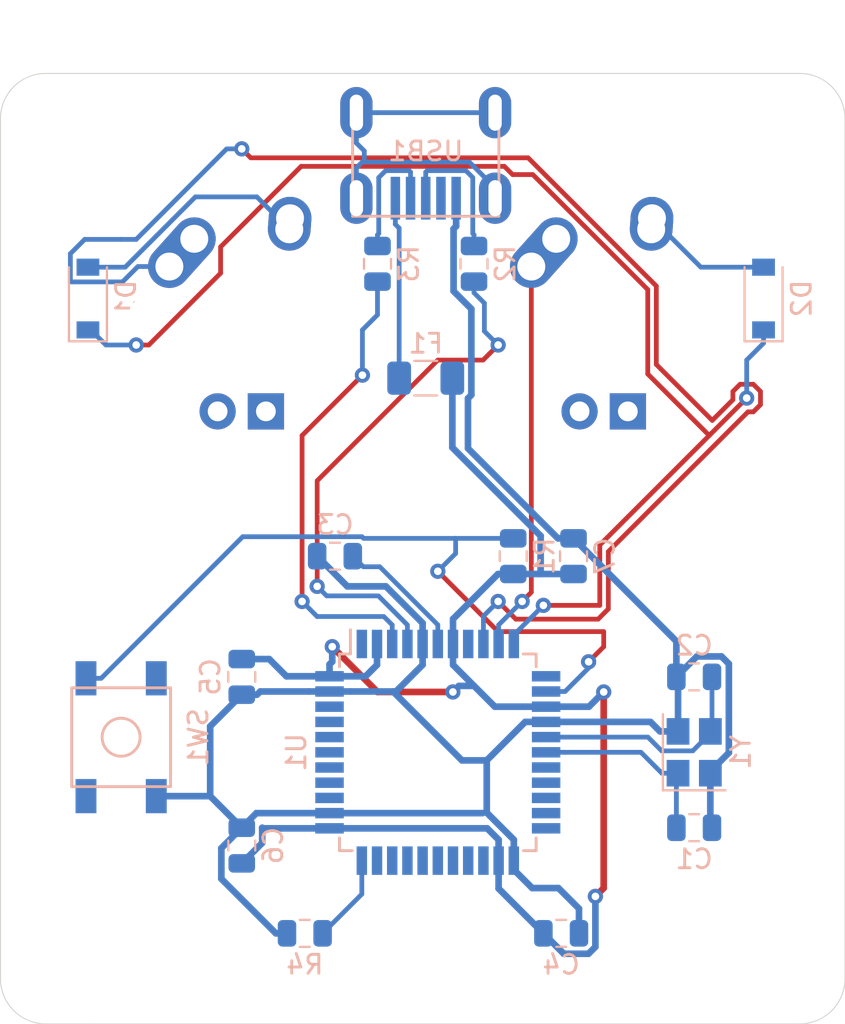
<source format=kicad_pcb>
(kicad_pcb (version 20171130) (host pcbnew "(5.1.4)-1")

  (general
    (thickness 1.6)
    (drawings 12)
    (tracks 293)
    (zones 0)
    (modules 20)
    (nets 43)
  )

  (page A4)
  (layers
    (0 F.Cu signal)
    (31 B.Cu signal)
    (32 B.Adhes user)
    (33 F.Adhes user)
    (34 B.Paste user)
    (35 F.Paste user)
    (36 B.SilkS user)
    (37 F.SilkS user)
    (38 B.Mask user)
    (39 F.Mask user)
    (40 Dwgs.User user)
    (41 Cmts.User user)
    (42 Eco1.User user)
    (43 Eco2.User user)
    (44 Edge.Cuts user)
    (45 Margin user)
    (46 B.CrtYd user)
    (47 F.CrtYd user)
    (48 B.Fab user)
    (49 F.Fab user)
  )

  (setup
    (last_trace_width 0.25)
    (trace_clearance 0.2)
    (zone_clearance 0.508)
    (zone_45_only no)
    (trace_min 0.2)
    (via_size 0.8)
    (via_drill 0.4)
    (via_min_size 0.4)
    (via_min_drill 0.3)
    (uvia_size 0.3)
    (uvia_drill 0.1)
    (uvias_allowed no)
    (uvia_min_size 0.2)
    (uvia_min_drill 0.1)
    (edge_width 0.05)
    (segment_width 0.2)
    (pcb_text_width 0.3)
    (pcb_text_size 1.5 1.5)
    (mod_edge_width 0.12)
    (mod_text_size 1 1)
    (mod_text_width 0.15)
    (pad_size 1.524 1.524)
    (pad_drill 0.762)
    (pad_to_mask_clearance 0.051)
    (solder_mask_min_width 0.25)
    (aux_axis_origin 0 0)
    (visible_elements 7FFFFFFF)
    (pcbplotparams
      (layerselection 0x010fc_ffffffff)
      (usegerberextensions false)
      (usegerberattributes false)
      (usegerberadvancedattributes false)
      (creategerberjobfile false)
      (excludeedgelayer true)
      (linewidth 0.100000)
      (plotframeref false)
      (viasonmask false)
      (mode 1)
      (useauxorigin false)
      (hpglpennumber 1)
      (hpglpenspeed 20)
      (hpglpendiameter 15.000000)
      (psnegative false)
      (psa4output false)
      (plotreference true)
      (plotvalue true)
      (plotinvisibletext false)
      (padsonsilk false)
      (subtractmaskfromsilk false)
      (outputformat 1)
      (mirror false)
      (drillshape 1)
      (scaleselection 1)
      (outputdirectory ""))
  )

  (net 0 "")
  (net 1 GND)
  (net 2 "Net-(C1-Pad1)")
  (net 3 "Net-(C2-Pad1)")
  (net 4 "Net-(C3-Pad1)")
  (net 5 +5V)
  (net 6 "Net-(D1-Pad2)")
  (net 7 ROW0)
  (net 8 "Net-(D2-Pad2)")
  (net 9 VCC)
  (net 10 COL0)
  (net 11 COL1)
  (net 12 "Net-(R1-Pad2)")
  (net 13 D+)
  (net 14 "Net-(R2-Pad1)")
  (net 15 D-)
  (net 16 "Net-(R3-Pad1)")
  (net 17 "Net-(R4-Pad2)")
  (net 18 "Net-(U1-Pad42)")
  (net 19 "Net-(U1-Pad41)")
  (net 20 "Net-(U1-Pad40)")
  (net 21 "Net-(U1-Pad39)")
  (net 22 "Net-(U1-Pad38)")
  (net 23 "Net-(U1-Pad37)")
  (net 24 "Net-(U1-Pad36)")
  (net 25 "Net-(U1-Pad32)")
  (net 26 "Net-(U1-Pad31)")
  (net 27 "Net-(U1-Pad30)")
  (net 28 "Net-(U1-Pad26)")
  (net 29 "Net-(U1-Pad25)")
  (net 30 "Net-(U1-Pad22)")
  (net 31 "Net-(U1-Pad18)")
  (net 32 "Net-(U1-Pad12)")
  (net 33 "Net-(U1-Pad8)")
  (net 34 "Net-(U1-Pad1)")
  (net 35 "Net-(USB1-Pad6)")
  (net 36 "Net-(USB1-Pad2)")
  (net 37 "Net-(U1-Pad29)")
  (net 38 "Net-(U1-Pad28)")
  (net 39 "Net-(U1-Pad27)")
  (net 40 "Net-(U1-Pad21)")
  (net 41 "Net-(U1-Pad20)")
  (net 42 "Net-(U1-Pad19)")

  (net_class Default "This is the default net class."
    (clearance 0.2)
    (trace_width 0.25)
    (via_dia 0.8)
    (via_drill 0.4)
    (uvia_dia 0.3)
    (uvia_drill 0.1)
    (add_net COL0)
    (add_net COL1)
    (add_net D+)
    (add_net D-)
    (add_net "Net-(C1-Pad1)")
    (add_net "Net-(C2-Pad1)")
    (add_net "Net-(C3-Pad1)")
    (add_net "Net-(D1-Pad2)")
    (add_net "Net-(D2-Pad2)")
    (add_net "Net-(R1-Pad2)")
    (add_net "Net-(R2-Pad1)")
    (add_net "Net-(R3-Pad1)")
    (add_net "Net-(R4-Pad2)")
    (add_net "Net-(U1-Pad1)")
    (add_net "Net-(U1-Pad12)")
    (add_net "Net-(U1-Pad18)")
    (add_net "Net-(U1-Pad19)")
    (add_net "Net-(U1-Pad20)")
    (add_net "Net-(U1-Pad21)")
    (add_net "Net-(U1-Pad22)")
    (add_net "Net-(U1-Pad25)")
    (add_net "Net-(U1-Pad26)")
    (add_net "Net-(U1-Pad27)")
    (add_net "Net-(U1-Pad28)")
    (add_net "Net-(U1-Pad29)")
    (add_net "Net-(U1-Pad30)")
    (add_net "Net-(U1-Pad31)")
    (add_net "Net-(U1-Pad32)")
    (add_net "Net-(U1-Pad36)")
    (add_net "Net-(U1-Pad37)")
    (add_net "Net-(U1-Pad38)")
    (add_net "Net-(U1-Pad39)")
    (add_net "Net-(U1-Pad40)")
    (add_net "Net-(U1-Pad41)")
    (add_net "Net-(U1-Pad42)")
    (add_net "Net-(U1-Pad8)")
    (add_net "Net-(USB1-Pad2)")
    (add_net "Net-(USB1-Pad6)")
    (add_net ROW0)
    (add_net VCC)
  )

  (net_class Power ""
    (clearance 0.2)
    (trace_width 0.35)
    (via_dia 0.8)
    (via_drill 0.4)
    (uvia_dia 0.3)
    (uvia_drill 0.1)
    (add_net +5V)
    (add_net GND)
  )

  (module Crystal:Crystal_SMD_3225-4Pin_3.2x2.5mm (layer B.Cu) (tedit 5A0FD1B2) (tstamp 631C902C)
    (at 118.26875 98.425 90)
    (descr "SMD Crystal SERIES SMD3225/4 http://www.txccrystal.com/images/pdf/7m-accuracy.pdf, 3.2x2.5mm^2 package")
    (tags "SMD SMT crystal")
    (path /631DD50B)
    (attr smd)
    (fp_text reference Y1 (at 0 2.45 90) (layer B.SilkS)
      (effects (font (size 1 1) (thickness 0.15)) (justify mirror))
    )
    (fp_text value Crystal_GND24_Small (at 0 -2.45 90) (layer B.Fab)
      (effects (font (size 1 1) (thickness 0.15)) (justify mirror))
    )
    (fp_line (start 2.1 1.7) (end -2.1 1.7) (layer B.CrtYd) (width 0.05))
    (fp_line (start 2.1 -1.7) (end 2.1 1.7) (layer B.CrtYd) (width 0.05))
    (fp_line (start -2.1 -1.7) (end 2.1 -1.7) (layer B.CrtYd) (width 0.05))
    (fp_line (start -2.1 1.7) (end -2.1 -1.7) (layer B.CrtYd) (width 0.05))
    (fp_line (start -2 -1.65) (end 2 -1.65) (layer B.SilkS) (width 0.12))
    (fp_line (start -2 1.65) (end -2 -1.65) (layer B.SilkS) (width 0.12))
    (fp_line (start -1.6 -0.25) (end -0.6 -1.25) (layer B.Fab) (width 0.1))
    (fp_line (start 1.6 1.25) (end -1.6 1.25) (layer B.Fab) (width 0.1))
    (fp_line (start 1.6 -1.25) (end 1.6 1.25) (layer B.Fab) (width 0.1))
    (fp_line (start -1.6 -1.25) (end 1.6 -1.25) (layer B.Fab) (width 0.1))
    (fp_line (start -1.6 1.25) (end -1.6 -1.25) (layer B.Fab) (width 0.1))
    (fp_text user %R (at 0 0 90) (layer B.Fab)
      (effects (font (size 0.7 0.7) (thickness 0.105)) (justify mirror))
    )
    (pad 4 smd rect (at -1.1 0.85 90) (size 1.4 1.2) (layers B.Cu B.Paste B.Mask)
      (net 1 GND))
    (pad 3 smd rect (at 1.1 0.85 90) (size 1.4 1.2) (layers B.Cu B.Paste B.Mask)
      (net 3 "Net-(C2-Pad1)"))
    (pad 2 smd rect (at 1.1 -0.85 90) (size 1.4 1.2) (layers B.Cu B.Paste B.Mask)
      (net 1 GND))
    (pad 1 smd rect (at -1.1 -0.85 90) (size 1.4 1.2) (layers B.Cu B.Paste B.Mask)
      (net 2 "Net-(C1-Pad1)"))
    (model ${KISYS3DMOD}/Crystal.3dshapes/Crystal_SMD_3225-4Pin_3.2x2.5mm.wrl
      (at (xyz 0 0 0))
      (scale (xyz 1 1 1))
      (rotate (xyz 0 0 0))
    )
  )

  (module random-keyboard-parts:Molex-0548190589 (layer B.Cu) (tedit 5C494815) (tstamp 631C9018)
    (at 104.14 64.77 270)
    (path /631EF89A)
    (attr smd)
    (fp_text reference USB1 (at 2.032 0 180) (layer B.SilkS)
      (effects (font (size 1 1) (thickness 0.15)) (justify mirror))
    )
    (fp_text value Molex-0548190589 (at -5.08 0 180) (layer Dwgs.User)
      (effects (font (size 1 1) (thickness 0.15)))
    )
    (fp_text user %R (at 2 0 180) (layer B.CrtYd)
      (effects (font (size 1 1) (thickness 0.15)) (justify mirror))
    )
    (fp_line (start 3.25 1.25) (end 5.5 1.25) (layer B.CrtYd) (width 0.15))
    (fp_line (start 5.5 0.5) (end 3.25 0.5) (layer B.CrtYd) (width 0.15))
    (fp_line (start 3.25 -0.5) (end 5.5 -0.5) (layer B.CrtYd) (width 0.15))
    (fp_line (start 5.5 -1.25) (end 3.25 -1.25) (layer B.CrtYd) (width 0.15))
    (fp_line (start 3.25 -2) (end 5.5 -2) (layer B.CrtYd) (width 0.15))
    (fp_line (start 3.25 2) (end 3.25 -2) (layer B.CrtYd) (width 0.15))
    (fp_line (start 5.5 2) (end 3.25 2) (layer B.CrtYd) (width 0.15))
    (fp_line (start -3.75 -3.75) (end -3.75 3.75) (layer B.CrtYd) (width 0.15))
    (fp_line (start 5.5 -3.75) (end -3.75 -3.75) (layer B.CrtYd) (width 0.15))
    (fp_line (start 5.5 3.75) (end 5.5 -3.75) (layer B.CrtYd) (width 0.15))
    (fp_line (start -3.75 3.75) (end 5.5 3.75) (layer B.CrtYd) (width 0.15))
    (fp_line (start 0 3.85) (end 5.45 3.85) (layer B.SilkS) (width 0.15))
    (fp_line (start 0 -3.85) (end 5.45 -3.85) (layer B.SilkS) (width 0.15))
    (fp_line (start 5.45 3.85) (end 5.45 -3.85) (layer B.SilkS) (width 0.15))
    (fp_line (start -3.75 3.85) (end 0 3.85) (layer Dwgs.User) (width 0.15))
    (fp_line (start -3.75 -3.85) (end 0 -3.85) (layer Dwgs.User) (width 0.15))
    (fp_line (start -1.75 4.572) (end -1.75 -4.572) (layer Dwgs.User) (width 0.15))
    (fp_line (start -3.75 3.85) (end -3.75 -3.85) (layer Dwgs.User) (width 0.15))
    (pad 6 thru_hole oval (at 0 3.65 270) (size 2.7 1.7) (drill oval 1.9 0.7) (layers *.Cu *.Mask)
      (net 35 "Net-(USB1-Pad6)"))
    (pad 6 thru_hole oval (at 0 -3.65 270) (size 2.7 1.7) (drill oval 1.9 0.7) (layers *.Cu *.Mask)
      (net 35 "Net-(USB1-Pad6)"))
    (pad 6 thru_hole oval (at 4.5 -3.65 270) (size 2.7 1.7) (drill oval 1.9 0.7) (layers *.Cu *.Mask)
      (net 35 "Net-(USB1-Pad6)"))
    (pad 6 thru_hole oval (at 4.5 3.65 270) (size 2.7 1.7) (drill oval 1.9 0.7) (layers *.Cu *.Mask)
      (net 35 "Net-(USB1-Pad6)"))
    (pad 5 smd rect (at 4.5 1.6 270) (size 2.25 0.5) (layers B.Cu B.Paste B.Mask)
      (net 9 VCC))
    (pad 4 smd rect (at 4.5 0.8 270) (size 2.25 0.5) (layers B.Cu B.Paste B.Mask)
      (net 15 D-))
    (pad 3 smd rect (at 4.5 0 270) (size 2.25 0.5) (layers B.Cu B.Paste B.Mask)
      (net 13 D+))
    (pad 2 smd rect (at 4.5 -0.8 270) (size 2.25 0.5) (layers B.Cu B.Paste B.Mask)
      (net 36 "Net-(USB1-Pad2)"))
    (pad 1 smd rect (at 4.5 -1.6 270) (size 2.25 0.5) (layers B.Cu B.Paste B.Mask)
      (net 1 GND))
  )

  (module Package_QFP:TQFP-44_10x10mm_P0.8mm (layer B.Cu) (tedit 5A02F146) (tstamp 631C8FF8)
    (at 104.775 98.425 270)
    (descr "44-Lead Plastic Thin Quad Flatpack (PT) - 10x10x1.0 mm Body [TQFP] (see Microchip Packaging Specification 00000049BS.pdf)")
    (tags "QFP 0.8")
    (path /631C2641)
    (attr smd)
    (fp_text reference U1 (at 0 7.45 90) (layer B.SilkS)
      (effects (font (size 1 1) (thickness 0.15)) (justify mirror))
    )
    (fp_text value ATmega32U4-AU (at 0 -7.45 90) (layer B.Fab)
      (effects (font (size 1 1) (thickness 0.15)) (justify mirror))
    )
    (fp_line (start -5.175 4.6) (end -6.45 4.6) (layer B.SilkS) (width 0.15))
    (fp_line (start 5.175 5.175) (end 4.5 5.175) (layer B.SilkS) (width 0.15))
    (fp_line (start 5.175 -5.175) (end 4.5 -5.175) (layer B.SilkS) (width 0.15))
    (fp_line (start -5.175 -5.175) (end -4.5 -5.175) (layer B.SilkS) (width 0.15))
    (fp_line (start -5.175 5.175) (end -4.5 5.175) (layer B.SilkS) (width 0.15))
    (fp_line (start -5.175 -5.175) (end -5.175 -4.5) (layer B.SilkS) (width 0.15))
    (fp_line (start 5.175 -5.175) (end 5.175 -4.5) (layer B.SilkS) (width 0.15))
    (fp_line (start 5.175 5.175) (end 5.175 4.5) (layer B.SilkS) (width 0.15))
    (fp_line (start -5.175 5.175) (end -5.175 4.6) (layer B.SilkS) (width 0.15))
    (fp_line (start -6.7 -6.7) (end 6.7 -6.7) (layer B.CrtYd) (width 0.05))
    (fp_line (start -6.7 6.7) (end 6.7 6.7) (layer B.CrtYd) (width 0.05))
    (fp_line (start 6.7 6.7) (end 6.7 -6.7) (layer B.CrtYd) (width 0.05))
    (fp_line (start -6.7 6.7) (end -6.7 -6.7) (layer B.CrtYd) (width 0.05))
    (fp_line (start -5 4) (end -4 5) (layer B.Fab) (width 0.15))
    (fp_line (start -5 -5) (end -5 4) (layer B.Fab) (width 0.15))
    (fp_line (start 5 -5) (end -5 -5) (layer B.Fab) (width 0.15))
    (fp_line (start 5 5) (end 5 -5) (layer B.Fab) (width 0.15))
    (fp_line (start -4 5) (end 5 5) (layer B.Fab) (width 0.15))
    (fp_text user %R (at 0 0 90) (layer B.Fab)
      (effects (font (size 1 1) (thickness 0.15)) (justify mirror))
    )
    (pad 44 smd rect (at -4 5.7 180) (size 1.5 0.55) (layers B.Cu B.Paste B.Mask)
      (net 5 +5V))
    (pad 43 smd rect (at -3.2 5.7 180) (size 1.5 0.55) (layers B.Cu B.Paste B.Mask)
      (net 1 GND))
    (pad 42 smd rect (at -2.4 5.7 180) (size 1.5 0.55) (layers B.Cu B.Paste B.Mask)
      (net 18 "Net-(U1-Pad42)"))
    (pad 41 smd rect (at -1.6 5.7 180) (size 1.5 0.55) (layers B.Cu B.Paste B.Mask)
      (net 19 "Net-(U1-Pad41)"))
    (pad 40 smd rect (at -0.8 5.7 180) (size 1.5 0.55) (layers B.Cu B.Paste B.Mask)
      (net 20 "Net-(U1-Pad40)"))
    (pad 39 smd rect (at 0 5.7 180) (size 1.5 0.55) (layers B.Cu B.Paste B.Mask)
      (net 21 "Net-(U1-Pad39)"))
    (pad 38 smd rect (at 0.8 5.7 180) (size 1.5 0.55) (layers B.Cu B.Paste B.Mask)
      (net 22 "Net-(U1-Pad38)"))
    (pad 37 smd rect (at 1.6 5.7 180) (size 1.5 0.55) (layers B.Cu B.Paste B.Mask)
      (net 23 "Net-(U1-Pad37)"))
    (pad 36 smd rect (at 2.4 5.7 180) (size 1.5 0.55) (layers B.Cu B.Paste B.Mask)
      (net 24 "Net-(U1-Pad36)"))
    (pad 35 smd rect (at 3.2 5.7 180) (size 1.5 0.55) (layers B.Cu B.Paste B.Mask)
      (net 1 GND))
    (pad 34 smd rect (at 4 5.7 180) (size 1.5 0.55) (layers B.Cu B.Paste B.Mask)
      (net 5 +5V))
    (pad 33 smd rect (at 5.7 4 270) (size 1.5 0.55) (layers B.Cu B.Paste B.Mask)
      (net 17 "Net-(R4-Pad2)"))
    (pad 32 smd rect (at 5.7 3.2 270) (size 1.5 0.55) (layers B.Cu B.Paste B.Mask)
      (net 25 "Net-(U1-Pad32)"))
    (pad 31 smd rect (at 5.7 2.4 270) (size 1.5 0.55) (layers B.Cu B.Paste B.Mask)
      (net 26 "Net-(U1-Pad31)"))
    (pad 30 smd rect (at 5.7 1.6 270) (size 1.5 0.55) (layers B.Cu B.Paste B.Mask)
      (net 27 "Net-(U1-Pad30)"))
    (pad 29 smd rect (at 5.7 0.8 270) (size 1.5 0.55) (layers B.Cu B.Paste B.Mask)
      (net 37 "Net-(U1-Pad29)"))
    (pad 28 smd rect (at 5.7 0 270) (size 1.5 0.55) (layers B.Cu B.Paste B.Mask)
      (net 38 "Net-(U1-Pad28)"))
    (pad 27 smd rect (at 5.7 -0.8 270) (size 1.5 0.55) (layers B.Cu B.Paste B.Mask)
      (net 39 "Net-(U1-Pad27)"))
    (pad 26 smd rect (at 5.7 -1.6 270) (size 1.5 0.55) (layers B.Cu B.Paste B.Mask)
      (net 28 "Net-(U1-Pad26)"))
    (pad 25 smd rect (at 5.7 -2.4 270) (size 1.5 0.55) (layers B.Cu B.Paste B.Mask)
      (net 29 "Net-(U1-Pad25)"))
    (pad 24 smd rect (at 5.7 -3.2 270) (size 1.5 0.55) (layers B.Cu B.Paste B.Mask)
      (net 5 +5V))
    (pad 23 smd rect (at 5.7 -4 270) (size 1.5 0.55) (layers B.Cu B.Paste B.Mask)
      (net 1 GND))
    (pad 22 smd rect (at 4 -5.7 180) (size 1.5 0.55) (layers B.Cu B.Paste B.Mask)
      (net 30 "Net-(U1-Pad22)"))
    (pad 21 smd rect (at 3.2 -5.7 180) (size 1.5 0.55) (layers B.Cu B.Paste B.Mask)
      (net 40 "Net-(U1-Pad21)"))
    (pad 20 smd rect (at 2.4 -5.7 180) (size 1.5 0.55) (layers B.Cu B.Paste B.Mask)
      (net 41 "Net-(U1-Pad20)"))
    (pad 19 smd rect (at 1.6 -5.7 180) (size 1.5 0.55) (layers B.Cu B.Paste B.Mask)
      (net 42 "Net-(U1-Pad19)"))
    (pad 18 smd rect (at 0.8 -5.7 180) (size 1.5 0.55) (layers B.Cu B.Paste B.Mask)
      (net 31 "Net-(U1-Pad18)"))
    (pad 17 smd rect (at 0 -5.7 180) (size 1.5 0.55) (layers B.Cu B.Paste B.Mask)
      (net 2 "Net-(C1-Pad1)"))
    (pad 16 smd rect (at -0.8 -5.7 180) (size 1.5 0.55) (layers B.Cu B.Paste B.Mask)
      (net 3 "Net-(C2-Pad1)"))
    (pad 15 smd rect (at -1.6 -5.7 180) (size 1.5 0.55) (layers B.Cu B.Paste B.Mask)
      (net 1 GND))
    (pad 14 smd rect (at -2.4 -5.7 180) (size 1.5 0.55) (layers B.Cu B.Paste B.Mask)
      (net 5 +5V))
    (pad 13 smd rect (at -3.2 -5.7 180) (size 1.5 0.55) (layers B.Cu B.Paste B.Mask)
      (net 12 "Net-(R1-Pad2)"))
    (pad 12 smd rect (at -4 -5.7 180) (size 1.5 0.55) (layers B.Cu B.Paste B.Mask)
      (net 32 "Net-(U1-Pad12)"))
    (pad 11 smd rect (at -5.7 -4 270) (size 1.5 0.55) (layers B.Cu B.Paste B.Mask)
      (net 7 ROW0))
    (pad 10 smd rect (at -5.7 -3.2 270) (size 1.5 0.55) (layers B.Cu B.Paste B.Mask)
      (net 11 COL1))
    (pad 9 smd rect (at -5.7 -2.4 270) (size 1.5 0.55) (layers B.Cu B.Paste B.Mask)
      (net 10 COL0))
    (pad 8 smd rect (at -5.7 -1.6 270) (size 1.5 0.55) (layers B.Cu B.Paste B.Mask)
      (net 33 "Net-(U1-Pad8)"))
    (pad 7 smd rect (at -5.7 -0.8 270) (size 1.5 0.55) (layers B.Cu B.Paste B.Mask)
      (net 5 +5V))
    (pad 6 smd rect (at -5.7 0 270) (size 1.5 0.55) (layers B.Cu B.Paste B.Mask)
      (net 4 "Net-(C3-Pad1)"))
    (pad 5 smd rect (at -5.7 0.8 270) (size 1.5 0.55) (layers B.Cu B.Paste B.Mask)
      (net 1 GND))
    (pad 4 smd rect (at -5.7 1.6 270) (size 1.5 0.55) (layers B.Cu B.Paste B.Mask)
      (net 14 "Net-(R2-Pad1)"))
    (pad 3 smd rect (at -5.7 2.4 270) (size 1.5 0.55) (layers B.Cu B.Paste B.Mask)
      (net 16 "Net-(R3-Pad1)"))
    (pad 2 smd rect (at -5.7 3.2 270) (size 1.5 0.55) (layers B.Cu B.Paste B.Mask)
      (net 5 +5V))
    (pad 1 smd rect (at -5.7 4 270) (size 1.5 0.55) (layers B.Cu B.Paste B.Mask)
      (net 34 "Net-(U1-Pad1)"))
    (model ${KISYS3DMOD}/Package_QFP.3dshapes/TQFP-44_10x10mm_P0.8mm.wrl
      (at (xyz 0 0 0))
      (scale (xyz 1 1 1))
      (rotate (xyz 0 0 0))
    )
  )

  (module random-keyboard-parts:SKQG-1155865 (layer B.Cu) (tedit 5E62B398) (tstamp 631C8FB5)
    (at 88.10625 97.63125 270)
    (path /631E4C51)
    (attr smd)
    (fp_text reference SW1 (at 0 -4.064 90) (layer B.SilkS)
      (effects (font (size 1 1) (thickness 0.15)) (justify mirror))
    )
    (fp_text value SW_Push (at 0 4.064 90) (layer B.Fab)
      (effects (font (size 1 1) (thickness 0.15)) (justify mirror))
    )
    (fp_line (start -2.6 2.6) (end 2.6 2.6) (layer B.SilkS) (width 0.15))
    (fp_line (start 2.6 2.6) (end 2.6 -2.6) (layer B.SilkS) (width 0.15))
    (fp_line (start 2.6 -2.6) (end -2.6 -2.6) (layer B.SilkS) (width 0.15))
    (fp_line (start -2.6 -2.6) (end -2.6 2.6) (layer B.SilkS) (width 0.15))
    (fp_circle (center 0 0) (end 1 0) (layer B.SilkS) (width 0.15))
    (fp_line (start -4.2 2.6) (end 4.2 2.6) (layer B.Fab) (width 0.15))
    (fp_line (start 4.2 2.6) (end 4.2 1.2) (layer B.Fab) (width 0.15))
    (fp_line (start 4.2 1.1) (end 2.6 1.1) (layer B.Fab) (width 0.15))
    (fp_line (start 2.6 1.1) (end 2.6 -1.1) (layer B.Fab) (width 0.15))
    (fp_line (start 2.6 -1.1) (end 4.2 -1.1) (layer B.Fab) (width 0.15))
    (fp_line (start 4.2 -1.1) (end 4.2 -2.6) (layer B.Fab) (width 0.15))
    (fp_line (start 4.2 -2.6) (end -4.2 -2.6) (layer B.Fab) (width 0.15))
    (fp_line (start -4.2 -2.6) (end -4.2 -1.1) (layer B.Fab) (width 0.15))
    (fp_line (start -4.2 -1.1) (end -2.6 -1.1) (layer B.Fab) (width 0.15))
    (fp_line (start -2.6 -1.1) (end -2.6 1.1) (layer B.Fab) (width 0.15))
    (fp_line (start -2.6 1.1) (end -4.2 1.1) (layer B.Fab) (width 0.15))
    (fp_line (start -4.2 1.1) (end -4.2 2.6) (layer B.Fab) (width 0.15))
    (fp_circle (center 0 0) (end 1 0) (layer B.Fab) (width 0.15))
    (fp_line (start -2.6 1.1) (end -1.1 2.6) (layer B.Fab) (width 0.15))
    (fp_line (start 2.6 1.1) (end 1.1 2.6) (layer B.Fab) (width 0.15))
    (fp_line (start 2.6 -1.1) (end 1.1 -2.6) (layer B.Fab) (width 0.15))
    (fp_line (start -2.6 -1.1) (end -1.1 -2.6) (layer B.Fab) (width 0.15))
    (pad 4 smd rect (at -3.1 -1.85 270) (size 1.8 1.1) (layers B.Cu B.Paste B.Mask))
    (pad 3 smd rect (at 3.1 1.85 270) (size 1.8 1.1) (layers B.Cu B.Paste B.Mask))
    (pad 2 smd rect (at -3.1 1.85 270) (size 1.8 1.1) (layers B.Cu B.Paste B.Mask)
      (net 12 "Net-(R1-Pad2)"))
    (pad 1 smd rect (at 3.1 -1.85 270) (size 1.8 1.1) (layers B.Cu B.Paste B.Mask)
      (net 1 GND))
    (model ${KISYS3DMOD}/Button_Switch_SMD.3dshapes/SW_SPST_TL3342.step
      (at (xyz 0 0 0))
      (scale (xyz 1 1 1))
      (rotate (xyz 0 0 0))
    )
  )

  (module Resistor_SMD:R_0805_2012Metric (layer B.Cu) (tedit 5B36C52B) (tstamp 631C8F97)
    (at 97.775 107.95)
    (descr "Resistor SMD 0805 (2012 Metric), square (rectangular) end terminal, IPC_7351 nominal, (Body size source: https://docs.google.com/spreadsheets/d/1BsfQQcO9C6DZCsRaXUlFlo91Tg2WpOkGARC1WS5S8t0/edit?usp=sharing), generated with kicad-footprint-generator")
    (tags resistor)
    (path /631C876F)
    (attr smd)
    (fp_text reference R4 (at 0 1.65) (layer B.SilkS)
      (effects (font (size 1 1) (thickness 0.15)) (justify mirror))
    )
    (fp_text value 10k (at 0 -1.65) (layer B.Fab)
      (effects (font (size 1 1) (thickness 0.15)) (justify mirror))
    )
    (fp_text user %R (at 0 0) (layer B.Fab)
      (effects (font (size 0.5 0.5) (thickness 0.08)) (justify mirror))
    )
    (fp_line (start 1.68 -0.95) (end -1.68 -0.95) (layer B.CrtYd) (width 0.05))
    (fp_line (start 1.68 0.95) (end 1.68 -0.95) (layer B.CrtYd) (width 0.05))
    (fp_line (start -1.68 0.95) (end 1.68 0.95) (layer B.CrtYd) (width 0.05))
    (fp_line (start -1.68 -0.95) (end -1.68 0.95) (layer B.CrtYd) (width 0.05))
    (fp_line (start -0.258578 -0.71) (end 0.258578 -0.71) (layer B.SilkS) (width 0.12))
    (fp_line (start -0.258578 0.71) (end 0.258578 0.71) (layer B.SilkS) (width 0.12))
    (fp_line (start 1 -0.6) (end -1 -0.6) (layer B.Fab) (width 0.1))
    (fp_line (start 1 0.6) (end 1 -0.6) (layer B.Fab) (width 0.1))
    (fp_line (start -1 0.6) (end 1 0.6) (layer B.Fab) (width 0.1))
    (fp_line (start -1 -0.6) (end -1 0.6) (layer B.Fab) (width 0.1))
    (pad 2 smd roundrect (at 0.9375 0) (size 0.975 1.4) (layers B.Cu B.Paste B.Mask) (roundrect_rratio 0.25)
      (net 17 "Net-(R4-Pad2)"))
    (pad 1 smd roundrect (at -0.9375 0) (size 0.975 1.4) (layers B.Cu B.Paste B.Mask) (roundrect_rratio 0.25)
      (net 1 GND))
    (model ${KISYS3DMOD}/Resistor_SMD.3dshapes/R_0805_2012Metric.wrl
      (at (xyz 0 0 0))
      (scale (xyz 1 1 1))
      (rotate (xyz 0 0 0))
    )
  )

  (module Resistor_SMD:R_0805_2012Metric (layer B.Cu) (tedit 5B36C52B) (tstamp 631C8F86)
    (at 101.6 72.7225 90)
    (descr "Resistor SMD 0805 (2012 Metric), square (rectangular) end terminal, IPC_7351 nominal, (Body size source: https://docs.google.com/spreadsheets/d/1BsfQQcO9C6DZCsRaXUlFlo91Tg2WpOkGARC1WS5S8t0/edit?usp=sharing), generated with kicad-footprint-generator")
    (tags resistor)
    (path /631CC5ED)
    (attr smd)
    (fp_text reference R3 (at 0 1.65 90) (layer B.SilkS)
      (effects (font (size 1 1) (thickness 0.15)) (justify mirror))
    )
    (fp_text value 22 (at 0 -1.65 90) (layer B.Fab)
      (effects (font (size 1 1) (thickness 0.15)) (justify mirror))
    )
    (fp_text user %R (at 0 0 90) (layer B.Fab)
      (effects (font (size 0.5 0.5) (thickness 0.08)) (justify mirror))
    )
    (fp_line (start 1.68 -0.95) (end -1.68 -0.95) (layer B.CrtYd) (width 0.05))
    (fp_line (start 1.68 0.95) (end 1.68 -0.95) (layer B.CrtYd) (width 0.05))
    (fp_line (start -1.68 0.95) (end 1.68 0.95) (layer B.CrtYd) (width 0.05))
    (fp_line (start -1.68 -0.95) (end -1.68 0.95) (layer B.CrtYd) (width 0.05))
    (fp_line (start -0.258578 -0.71) (end 0.258578 -0.71) (layer B.SilkS) (width 0.12))
    (fp_line (start -0.258578 0.71) (end 0.258578 0.71) (layer B.SilkS) (width 0.12))
    (fp_line (start 1 -0.6) (end -1 -0.6) (layer B.Fab) (width 0.1))
    (fp_line (start 1 0.6) (end 1 -0.6) (layer B.Fab) (width 0.1))
    (fp_line (start -1 0.6) (end 1 0.6) (layer B.Fab) (width 0.1))
    (fp_line (start -1 -0.6) (end -1 0.6) (layer B.Fab) (width 0.1))
    (pad 2 smd roundrect (at 0.9375 0 90) (size 0.975 1.4) (layers B.Cu B.Paste B.Mask) (roundrect_rratio 0.25)
      (net 15 D-))
    (pad 1 smd roundrect (at -0.9375 0 90) (size 0.975 1.4) (layers B.Cu B.Paste B.Mask) (roundrect_rratio 0.25)
      (net 16 "Net-(R3-Pad1)"))
    (model ${KISYS3DMOD}/Resistor_SMD.3dshapes/R_0805_2012Metric.wrl
      (at (xyz 0 0 0))
      (scale (xyz 1 1 1))
      (rotate (xyz 0 0 0))
    )
  )

  (module Resistor_SMD:R_0805_2012Metric (layer B.Cu) (tedit 5B36C52B) (tstamp 631C8F75)
    (at 106.68 72.7225 90)
    (descr "Resistor SMD 0805 (2012 Metric), square (rectangular) end terminal, IPC_7351 nominal, (Body size source: https://docs.google.com/spreadsheets/d/1BsfQQcO9C6DZCsRaXUlFlo91Tg2WpOkGARC1WS5S8t0/edit?usp=sharing), generated with kicad-footprint-generator")
    (tags resistor)
    (path /631CA38F)
    (attr smd)
    (fp_text reference R2 (at 0 1.65 90) (layer B.SilkS)
      (effects (font (size 1 1) (thickness 0.15)) (justify mirror))
    )
    (fp_text value 22 (at 0 -1.65 90) (layer B.Fab)
      (effects (font (size 1 1) (thickness 0.15)) (justify mirror))
    )
    (fp_text user %R (at 0 0 90) (layer B.Fab)
      (effects (font (size 0.5 0.5) (thickness 0.08)) (justify mirror))
    )
    (fp_line (start 1.68 -0.95) (end -1.68 -0.95) (layer B.CrtYd) (width 0.05))
    (fp_line (start 1.68 0.95) (end 1.68 -0.95) (layer B.CrtYd) (width 0.05))
    (fp_line (start -1.68 0.95) (end 1.68 0.95) (layer B.CrtYd) (width 0.05))
    (fp_line (start -1.68 -0.95) (end -1.68 0.95) (layer B.CrtYd) (width 0.05))
    (fp_line (start -0.258578 -0.71) (end 0.258578 -0.71) (layer B.SilkS) (width 0.12))
    (fp_line (start -0.258578 0.71) (end 0.258578 0.71) (layer B.SilkS) (width 0.12))
    (fp_line (start 1 -0.6) (end -1 -0.6) (layer B.Fab) (width 0.1))
    (fp_line (start 1 0.6) (end 1 -0.6) (layer B.Fab) (width 0.1))
    (fp_line (start -1 0.6) (end 1 0.6) (layer B.Fab) (width 0.1))
    (fp_line (start -1 -0.6) (end -1 0.6) (layer B.Fab) (width 0.1))
    (pad 2 smd roundrect (at 0.9375 0 90) (size 0.975 1.4) (layers B.Cu B.Paste B.Mask) (roundrect_rratio 0.25)
      (net 13 D+))
    (pad 1 smd roundrect (at -0.9375 0 90) (size 0.975 1.4) (layers B.Cu B.Paste B.Mask) (roundrect_rratio 0.25)
      (net 14 "Net-(R2-Pad1)"))
    (model ${KISYS3DMOD}/Resistor_SMD.3dshapes/R_0805_2012Metric.wrl
      (at (xyz 0 0 0))
      (scale (xyz 1 1 1))
      (rotate (xyz 0 0 0))
    )
  )

  (module Resistor_SMD:R_0805_2012Metric (layer B.Cu) (tedit 5B36C52B) (tstamp 631C8F64)
    (at 108.74375 88.10625 90)
    (descr "Resistor SMD 0805 (2012 Metric), square (rectangular) end terminal, IPC_7351 nominal, (Body size source: https://docs.google.com/spreadsheets/d/1BsfQQcO9C6DZCsRaXUlFlo91Tg2WpOkGARC1WS5S8t0/edit?usp=sharing), generated with kicad-footprint-generator")
    (tags resistor)
    (path /631ED2B9)
    (attr smd)
    (fp_text reference R1 (at 0 1.65 270) (layer B.SilkS)
      (effects (font (size 1 1) (thickness 0.15)) (justify mirror))
    )
    (fp_text value 10k (at 0 -1.65 270) (layer B.Fab)
      (effects (font (size 1 1) (thickness 0.15)) (justify mirror))
    )
    (fp_text user %R (at 0 0 270) (layer B.Fab)
      (effects (font (size 0.5 0.5) (thickness 0.08)) (justify mirror))
    )
    (fp_line (start 1.68 -0.95) (end -1.68 -0.95) (layer B.CrtYd) (width 0.05))
    (fp_line (start 1.68 0.95) (end 1.68 -0.95) (layer B.CrtYd) (width 0.05))
    (fp_line (start -1.68 0.95) (end 1.68 0.95) (layer B.CrtYd) (width 0.05))
    (fp_line (start -1.68 -0.95) (end -1.68 0.95) (layer B.CrtYd) (width 0.05))
    (fp_line (start -0.258578 -0.71) (end 0.258578 -0.71) (layer B.SilkS) (width 0.12))
    (fp_line (start -0.258578 0.71) (end 0.258578 0.71) (layer B.SilkS) (width 0.12))
    (fp_line (start 1 -0.6) (end -1 -0.6) (layer B.Fab) (width 0.1))
    (fp_line (start 1 0.6) (end 1 -0.6) (layer B.Fab) (width 0.1))
    (fp_line (start -1 0.6) (end 1 0.6) (layer B.Fab) (width 0.1))
    (fp_line (start -1 -0.6) (end -1 0.6) (layer B.Fab) (width 0.1))
    (pad 2 smd roundrect (at 0.9375 0 90) (size 0.975 1.4) (layers B.Cu B.Paste B.Mask) (roundrect_rratio 0.25)
      (net 12 "Net-(R1-Pad2)"))
    (pad 1 smd roundrect (at -0.9375 0 90) (size 0.975 1.4) (layers B.Cu B.Paste B.Mask) (roundrect_rratio 0.25)
      (net 5 +5V))
    (model ${KISYS3DMOD}/Resistor_SMD.3dshapes/R_0805_2012Metric.wrl
      (at (xyz 0 0 0))
      (scale (xyz 1 1 1))
      (rotate (xyz 0 0 0))
    )
  )

  (module MX_Alps_Hybrid:MX-1U (layer F.Cu) (tedit 5A9F3A9A) (tstamp 631C8F53)
    (at 113.50625 75.40625)
    (path /631FFEE1)
    (fp_text reference MX2 (at 0 3.175) (layer Dwgs.User)
      (effects (font (size 1 1) (thickness 0.15)))
    )
    (fp_text value MX-NoLED (at 0 -7.9375) (layer Dwgs.User)
      (effects (font (size 1 1) (thickness 0.15)))
    )
    (fp_line (start -9.525 9.525) (end -9.525 -9.525) (layer Dwgs.User) (width 0.15))
    (fp_line (start 9.525 9.525) (end -9.525 9.525) (layer Dwgs.User) (width 0.15))
    (fp_line (start 9.525 -9.525) (end 9.525 9.525) (layer Dwgs.User) (width 0.15))
    (fp_line (start -9.525 -9.525) (end 9.525 -9.525) (layer Dwgs.User) (width 0.15))
    (fp_line (start -7 -7) (end -7 -5) (layer Dwgs.User) (width 0.15))
    (fp_line (start -5 -7) (end -7 -7) (layer Dwgs.User) (width 0.15))
    (fp_line (start -7 7) (end -5 7) (layer Dwgs.User) (width 0.15))
    (fp_line (start -7 5) (end -7 7) (layer Dwgs.User) (width 0.15))
    (fp_line (start 7 7) (end 7 5) (layer Dwgs.User) (width 0.15))
    (fp_line (start 5 7) (end 7 7) (layer Dwgs.User) (width 0.15))
    (fp_line (start 7 -7) (end 7 -5) (layer Dwgs.User) (width 0.15))
    (fp_line (start 5 -7) (end 7 -7) (layer Dwgs.User) (width 0.15))
    (pad "" np_thru_hole circle (at 5.08 0 48.0996) (size 1.75 1.75) (drill 1.75) (layers *.Cu *.Mask))
    (pad "" np_thru_hole circle (at -5.08 0 48.0996) (size 1.75 1.75) (drill 1.75) (layers *.Cu *.Mask))
    (pad 4 thru_hole rect (at 1.27 5.08) (size 1.905 1.905) (drill 1.04) (layers *.Cu B.Mask))
    (pad 3 thru_hole circle (at -1.27 5.08) (size 1.905 1.905) (drill 1.04) (layers *.Cu B.Mask))
    (pad 1 thru_hole circle (at -2.5 -4) (size 2.25 2.25) (drill 1.47) (layers *.Cu B.Mask)
      (net 11 COL1))
    (pad "" np_thru_hole circle (at 0 0) (size 3.9878 3.9878) (drill 3.9878) (layers *.Cu *.Mask))
    (pad 1 thru_hole oval (at -3.81 -2.54 48.0996) (size 4.211556 2.25) (drill 1.47 (offset 0.980778 0)) (layers *.Cu B.Mask)
      (net 11 COL1))
    (pad 2 thru_hole circle (at 2.54 -5.08) (size 2.25 2.25) (drill 1.47) (layers *.Cu B.Mask)
      (net 8 "Net-(D2-Pad2)"))
    (pad 2 thru_hole oval (at 2.5 -4.5 86.0548) (size 2.831378 2.25) (drill 1.47 (offset 0.290689 0)) (layers *.Cu B.Mask)
      (net 8 "Net-(D2-Pad2)"))
  )

  (module MX_Alps_Hybrid:MX-1U (layer F.Cu) (tedit 5A9F3A9A) (tstamp 631C8F3A)
    (at 94.45625 75.40625)
    (path /631F6DE3)
    (fp_text reference MX1 (at 0 3.175) (layer Dwgs.User)
      (effects (font (size 1 1) (thickness 0.15)))
    )
    (fp_text value MX-NoLED (at 0 -7.9375) (layer Dwgs.User)
      (effects (font (size 1 1) (thickness 0.15)))
    )
    (fp_line (start -9.525 9.525) (end -9.525 -9.525) (layer Dwgs.User) (width 0.15))
    (fp_line (start 9.525 9.525) (end -9.525 9.525) (layer Dwgs.User) (width 0.15))
    (fp_line (start 9.525 -9.525) (end 9.525 9.525) (layer Dwgs.User) (width 0.15))
    (fp_line (start -9.525 -9.525) (end 9.525 -9.525) (layer Dwgs.User) (width 0.15))
    (fp_line (start -7 -7) (end -7 -5) (layer Dwgs.User) (width 0.15))
    (fp_line (start -5 -7) (end -7 -7) (layer Dwgs.User) (width 0.15))
    (fp_line (start -7 7) (end -5 7) (layer Dwgs.User) (width 0.15))
    (fp_line (start -7 5) (end -7 7) (layer Dwgs.User) (width 0.15))
    (fp_line (start 7 7) (end 7 5) (layer Dwgs.User) (width 0.15))
    (fp_line (start 5 7) (end 7 7) (layer Dwgs.User) (width 0.15))
    (fp_line (start 7 -7) (end 7 -5) (layer Dwgs.User) (width 0.15))
    (fp_line (start 5 -7) (end 7 -7) (layer Dwgs.User) (width 0.15))
    (pad "" np_thru_hole circle (at 5.08 0 48.0996) (size 1.75 1.75) (drill 1.75) (layers *.Cu *.Mask))
    (pad "" np_thru_hole circle (at -5.08 0 48.0996) (size 1.75 1.75) (drill 1.75) (layers *.Cu *.Mask))
    (pad 4 thru_hole rect (at 1.27 5.08) (size 1.905 1.905) (drill 1.04) (layers *.Cu B.Mask))
    (pad 3 thru_hole circle (at -1.27 5.08) (size 1.905 1.905) (drill 1.04) (layers *.Cu B.Mask))
    (pad 1 thru_hole circle (at -2.5 -4) (size 2.25 2.25) (drill 1.47) (layers *.Cu B.Mask)
      (net 10 COL0))
    (pad "" np_thru_hole circle (at 0 0) (size 3.9878 3.9878) (drill 3.9878) (layers *.Cu *.Mask))
    (pad 1 thru_hole oval (at -3.81 -2.54 48.0996) (size 4.211556 2.25) (drill 1.47 (offset 0.980778 0)) (layers *.Cu B.Mask)
      (net 10 COL0))
    (pad 2 thru_hole circle (at 2.54 -5.08) (size 2.25 2.25) (drill 1.47) (layers *.Cu B.Mask)
      (net 6 "Net-(D1-Pad2)"))
    (pad 2 thru_hole oval (at 2.5 -4.5 86.0548) (size 2.831378 2.25) (drill 1.47 (offset 0.290689 0)) (layers *.Cu B.Mask)
      (net 6 "Net-(D1-Pad2)"))
  )

  (module Fuse:Fuse_1206_3216Metric (layer B.Cu) (tedit 5B301BBE) (tstamp 631C8F21)
    (at 104.14 78.74 180)
    (descr "Fuse SMD 1206 (3216 Metric), square (rectangular) end terminal, IPC_7351 nominal, (Body size source: http://www.tortai-tech.com/upload/download/2011102023233369053.pdf), generated with kicad-footprint-generator")
    (tags resistor)
    (path /631F449B)
    (attr smd)
    (fp_text reference F1 (at 0 1.82) (layer B.SilkS)
      (effects (font (size 1 1) (thickness 0.15)) (justify mirror))
    )
    (fp_text value 500mA (at 0 -1.82) (layer B.Fab)
      (effects (font (size 1 1) (thickness 0.15)) (justify mirror))
    )
    (fp_text user %R (at 0 0) (layer B.Fab)
      (effects (font (size 0.8 0.8) (thickness 0.12)) (justify mirror))
    )
    (fp_line (start 2.28 -1.12) (end -2.28 -1.12) (layer B.CrtYd) (width 0.05))
    (fp_line (start 2.28 1.12) (end 2.28 -1.12) (layer B.CrtYd) (width 0.05))
    (fp_line (start -2.28 1.12) (end 2.28 1.12) (layer B.CrtYd) (width 0.05))
    (fp_line (start -2.28 -1.12) (end -2.28 1.12) (layer B.CrtYd) (width 0.05))
    (fp_line (start -0.602064 -0.91) (end 0.602064 -0.91) (layer B.SilkS) (width 0.12))
    (fp_line (start -0.602064 0.91) (end 0.602064 0.91) (layer B.SilkS) (width 0.12))
    (fp_line (start 1.6 -0.8) (end -1.6 -0.8) (layer B.Fab) (width 0.1))
    (fp_line (start 1.6 0.8) (end 1.6 -0.8) (layer B.Fab) (width 0.1))
    (fp_line (start -1.6 0.8) (end 1.6 0.8) (layer B.Fab) (width 0.1))
    (fp_line (start -1.6 -0.8) (end -1.6 0.8) (layer B.Fab) (width 0.1))
    (pad 2 smd roundrect (at 1.4 0 180) (size 1.25 1.75) (layers B.Cu B.Paste B.Mask) (roundrect_rratio 0.2)
      (net 9 VCC))
    (pad 1 smd roundrect (at -1.4 0 180) (size 1.25 1.75) (layers B.Cu B.Paste B.Mask) (roundrect_rratio 0.2)
      (net 5 +5V))
    (model ${KISYS3DMOD}/Fuse.3dshapes/Fuse_1206_3216Metric.wrl
      (at (xyz 0 0 0))
      (scale (xyz 1 1 1))
      (rotate (xyz 0 0 0))
    )
  )

  (module Diode_SMD:D_SOD-123 (layer B.Cu) (tedit 58645DC7) (tstamp 631C8F10)
    (at 121.92 74.55 90)
    (descr SOD-123)
    (tags SOD-123)
    (path /631FFEE7)
    (attr smd)
    (fp_text reference D2 (at 0 2 -90) (layer B.SilkS)
      (effects (font (size 1 1) (thickness 0.15)) (justify mirror))
    )
    (fp_text value D_Small (at 0 -2.1 -90) (layer B.Fab)
      (effects (font (size 1 1) (thickness 0.15)) (justify mirror))
    )
    (fp_line (start -2.25 1) (end 1.65 1) (layer B.SilkS) (width 0.12))
    (fp_line (start -2.25 -1) (end 1.65 -1) (layer B.SilkS) (width 0.12))
    (fp_line (start -2.35 1.15) (end -2.35 -1.15) (layer B.CrtYd) (width 0.05))
    (fp_line (start 2.35 -1.15) (end -2.35 -1.15) (layer B.CrtYd) (width 0.05))
    (fp_line (start 2.35 1.15) (end 2.35 -1.15) (layer B.CrtYd) (width 0.05))
    (fp_line (start -2.35 1.15) (end 2.35 1.15) (layer B.CrtYd) (width 0.05))
    (fp_line (start -1.4 0.9) (end 1.4 0.9) (layer B.Fab) (width 0.1))
    (fp_line (start 1.4 0.9) (end 1.4 -0.9) (layer B.Fab) (width 0.1))
    (fp_line (start 1.4 -0.9) (end -1.4 -0.9) (layer B.Fab) (width 0.1))
    (fp_line (start -1.4 -0.9) (end -1.4 0.9) (layer B.Fab) (width 0.1))
    (fp_line (start -0.75 0) (end -0.35 0) (layer B.Fab) (width 0.1))
    (fp_line (start -0.35 0) (end -0.35 0.55) (layer B.Fab) (width 0.1))
    (fp_line (start -0.35 0) (end -0.35 -0.55) (layer B.Fab) (width 0.1))
    (fp_line (start -0.35 0) (end 0.25 0.4) (layer B.Fab) (width 0.1))
    (fp_line (start 0.25 0.4) (end 0.25 -0.4) (layer B.Fab) (width 0.1))
    (fp_line (start 0.25 -0.4) (end -0.35 0) (layer B.Fab) (width 0.1))
    (fp_line (start 0.25 0) (end 0.75 0) (layer B.Fab) (width 0.1))
    (fp_line (start -2.25 1) (end -2.25 -1) (layer B.SilkS) (width 0.12))
    (fp_text user %R (at 0 2 -90) (layer B.Fab)
      (effects (font (size 1 1) (thickness 0.15)) (justify mirror))
    )
    (pad 2 smd rect (at 1.65 0 90) (size 0.9 1.2) (layers B.Cu B.Paste B.Mask)
      (net 8 "Net-(D2-Pad2)"))
    (pad 1 smd rect (at -1.65 0 90) (size 0.9 1.2) (layers B.Cu B.Paste B.Mask)
      (net 7 ROW0))
    (model ${KISYS3DMOD}/Diode_SMD.3dshapes/D_SOD-123.wrl
      (at (xyz 0 0 0))
      (scale (xyz 1 1 1))
      (rotate (xyz 0 0 0))
    )
  )

  (module Diode_SMD:D_SOD-123 (layer B.Cu) (tedit 58645DC7) (tstamp 631C8EF7)
    (at 86.36 74.55 90)
    (descr SOD-123)
    (tags SOD-123)
    (path /631F88E8)
    (attr smd)
    (fp_text reference D1 (at 0 2 -90) (layer B.SilkS)
      (effects (font (size 1 1) (thickness 0.15)) (justify mirror))
    )
    (fp_text value D_Small (at 0 -2.1 -90) (layer B.Fab)
      (effects (font (size 1 1) (thickness 0.15)) (justify mirror))
    )
    (fp_line (start -2.25 1) (end 1.65 1) (layer B.SilkS) (width 0.12))
    (fp_line (start -2.25 -1) (end 1.65 -1) (layer B.SilkS) (width 0.12))
    (fp_line (start -2.35 1.15) (end -2.35 -1.15) (layer B.CrtYd) (width 0.05))
    (fp_line (start 2.35 -1.15) (end -2.35 -1.15) (layer B.CrtYd) (width 0.05))
    (fp_line (start 2.35 1.15) (end 2.35 -1.15) (layer B.CrtYd) (width 0.05))
    (fp_line (start -2.35 1.15) (end 2.35 1.15) (layer B.CrtYd) (width 0.05))
    (fp_line (start -1.4 0.9) (end 1.4 0.9) (layer B.Fab) (width 0.1))
    (fp_line (start 1.4 0.9) (end 1.4 -0.9) (layer B.Fab) (width 0.1))
    (fp_line (start 1.4 -0.9) (end -1.4 -0.9) (layer B.Fab) (width 0.1))
    (fp_line (start -1.4 -0.9) (end -1.4 0.9) (layer B.Fab) (width 0.1))
    (fp_line (start -0.75 0) (end -0.35 0) (layer B.Fab) (width 0.1))
    (fp_line (start -0.35 0) (end -0.35 0.55) (layer B.Fab) (width 0.1))
    (fp_line (start -0.35 0) (end -0.35 -0.55) (layer B.Fab) (width 0.1))
    (fp_line (start -0.35 0) (end 0.25 0.4) (layer B.Fab) (width 0.1))
    (fp_line (start 0.25 0.4) (end 0.25 -0.4) (layer B.Fab) (width 0.1))
    (fp_line (start 0.25 -0.4) (end -0.35 0) (layer B.Fab) (width 0.1))
    (fp_line (start 0.25 0) (end 0.75 0) (layer B.Fab) (width 0.1))
    (fp_line (start -2.25 1) (end -2.25 -1) (layer B.SilkS) (width 0.12))
    (fp_text user %R (at 0 2 -90) (layer B.Fab)
      (effects (font (size 1 1) (thickness 0.15)) (justify mirror))
    )
    (pad 2 smd rect (at 1.65 0 90) (size 0.9 1.2) (layers B.Cu B.Paste B.Mask)
      (net 6 "Net-(D1-Pad2)"))
    (pad 1 smd rect (at -1.65 0 90) (size 0.9 1.2) (layers B.Cu B.Paste B.Mask)
      (net 7 ROW0))
    (model ${KISYS3DMOD}/Diode_SMD.3dshapes/D_SOD-123.wrl
      (at (xyz 0 0 0))
      (scale (xyz 1 1 1))
      (rotate (xyz 0 0 0))
    )
  )

  (module Capacitor_SMD:C_0805_2012Metric (layer B.Cu) (tedit 5B36C52B) (tstamp 631C8EDE)
    (at 111.91875 88.10625 90)
    (descr "Capacitor SMD 0805 (2012 Metric), square (rectangular) end terminal, IPC_7351 nominal, (Body size source: https://docs.google.com/spreadsheets/d/1BsfQQcO9C6DZCsRaXUlFlo91Tg2WpOkGARC1WS5S8t0/edit?usp=sharing), generated with kicad-footprint-generator")
    (tags capacitor)
    (path /631D0716)
    (attr smd)
    (fp_text reference C7 (at 0 1.65 90) (layer B.SilkS)
      (effects (font (size 1 1) (thickness 0.15)) (justify mirror))
    )
    (fp_text value 0.1uF (at 0 -1.65 90) (layer B.Fab)
      (effects (font (size 1 1) (thickness 0.15)) (justify mirror))
    )
    (fp_text user %R (at 0 0 90) (layer B.Fab)
      (effects (font (size 0.5 0.5) (thickness 0.08)) (justify mirror))
    )
    (fp_line (start 1.68 -0.95) (end -1.68 -0.95) (layer B.CrtYd) (width 0.05))
    (fp_line (start 1.68 0.95) (end 1.68 -0.95) (layer B.CrtYd) (width 0.05))
    (fp_line (start -1.68 0.95) (end 1.68 0.95) (layer B.CrtYd) (width 0.05))
    (fp_line (start -1.68 -0.95) (end -1.68 0.95) (layer B.CrtYd) (width 0.05))
    (fp_line (start -0.258578 -0.71) (end 0.258578 -0.71) (layer B.SilkS) (width 0.12))
    (fp_line (start -0.258578 0.71) (end 0.258578 0.71) (layer B.SilkS) (width 0.12))
    (fp_line (start 1 -0.6) (end -1 -0.6) (layer B.Fab) (width 0.1))
    (fp_line (start 1 0.6) (end 1 -0.6) (layer B.Fab) (width 0.1))
    (fp_line (start -1 0.6) (end 1 0.6) (layer B.Fab) (width 0.1))
    (fp_line (start -1 -0.6) (end -1 0.6) (layer B.Fab) (width 0.1))
    (pad 2 smd roundrect (at 0.9375 0 90) (size 0.975 1.4) (layers B.Cu B.Paste B.Mask) (roundrect_rratio 0.25)
      (net 1 GND))
    (pad 1 smd roundrect (at -0.9375 0 90) (size 0.975 1.4) (layers B.Cu B.Paste B.Mask) (roundrect_rratio 0.25)
      (net 5 +5V))
    (model ${KISYS3DMOD}/Capacitor_SMD.3dshapes/C_0805_2012Metric.wrl
      (at (xyz 0 0 0))
      (scale (xyz 1 1 1))
      (rotate (xyz 0 0 0))
    )
  )

  (module Capacitor_SMD:C_0805_2012Metric (layer B.Cu) (tedit 5B36C52B) (tstamp 631C8ECD)
    (at 94.45625 103.33125 90)
    (descr "Capacitor SMD 0805 (2012 Metric), square (rectangular) end terminal, IPC_7351 nominal, (Body size source: https://docs.google.com/spreadsheets/d/1BsfQQcO9C6DZCsRaXUlFlo91Tg2WpOkGARC1WS5S8t0/edit?usp=sharing), generated with kicad-footprint-generator")
    (tags capacitor)
    (path /631CFD0A)
    (attr smd)
    (fp_text reference C6 (at 0 1.65 90) (layer B.SilkS)
      (effects (font (size 1 1) (thickness 0.15)) (justify mirror))
    )
    (fp_text value 0.1uF (at 0 -1.65 90) (layer B.Fab)
      (effects (font (size 1 1) (thickness 0.15)) (justify mirror))
    )
    (fp_text user %R (at 0 0 90) (layer B.Fab)
      (effects (font (size 0.5 0.5) (thickness 0.08)) (justify mirror))
    )
    (fp_line (start 1.68 -0.95) (end -1.68 -0.95) (layer B.CrtYd) (width 0.05))
    (fp_line (start 1.68 0.95) (end 1.68 -0.95) (layer B.CrtYd) (width 0.05))
    (fp_line (start -1.68 0.95) (end 1.68 0.95) (layer B.CrtYd) (width 0.05))
    (fp_line (start -1.68 -0.95) (end -1.68 0.95) (layer B.CrtYd) (width 0.05))
    (fp_line (start -0.258578 -0.71) (end 0.258578 -0.71) (layer B.SilkS) (width 0.12))
    (fp_line (start -0.258578 0.71) (end 0.258578 0.71) (layer B.SilkS) (width 0.12))
    (fp_line (start 1 -0.6) (end -1 -0.6) (layer B.Fab) (width 0.1))
    (fp_line (start 1 0.6) (end 1 -0.6) (layer B.Fab) (width 0.1))
    (fp_line (start -1 0.6) (end 1 0.6) (layer B.Fab) (width 0.1))
    (fp_line (start -1 -0.6) (end -1 0.6) (layer B.Fab) (width 0.1))
    (pad 2 smd roundrect (at 0.9375 0 90) (size 0.975 1.4) (layers B.Cu B.Paste B.Mask) (roundrect_rratio 0.25)
      (net 1 GND))
    (pad 1 smd roundrect (at -0.9375 0 90) (size 0.975 1.4) (layers B.Cu B.Paste B.Mask) (roundrect_rratio 0.25)
      (net 5 +5V))
    (model ${KISYS3DMOD}/Capacitor_SMD.3dshapes/C_0805_2012Metric.wrl
      (at (xyz 0 0 0))
      (scale (xyz 1 1 1))
      (rotate (xyz 0 0 0))
    )
  )

  (module Capacitor_SMD:C_0805_2012Metric (layer B.Cu) (tedit 5B36C52B) (tstamp 631C8EBC)
    (at 94.45625 94.45625 270)
    (descr "Capacitor SMD 0805 (2012 Metric), square (rectangular) end terminal, IPC_7351 nominal, (Body size source: https://docs.google.com/spreadsheets/d/1BsfQQcO9C6DZCsRaXUlFlo91Tg2WpOkGARC1WS5S8t0/edit?usp=sharing), generated with kicad-footprint-generator")
    (tags capacitor)
    (path /631CF921)
    (attr smd)
    (fp_text reference C5 (at 0 1.65 270) (layer B.SilkS)
      (effects (font (size 1 1) (thickness 0.15)) (justify mirror))
    )
    (fp_text value 0.1uF (at 0 -1.65 270) (layer B.Fab)
      (effects (font (size 1 1) (thickness 0.15)) (justify mirror))
    )
    (fp_text user %R (at 7.9375 0 270) (layer F.Fab)
      (effects (font (size 0.5 0.5) (thickness 0.08)))
    )
    (fp_line (start 1.68 -0.95) (end -1.68 -0.95) (layer B.CrtYd) (width 0.05))
    (fp_line (start 1.68 0.95) (end 1.68 -0.95) (layer B.CrtYd) (width 0.05))
    (fp_line (start -1.68 0.95) (end 1.68 0.95) (layer B.CrtYd) (width 0.05))
    (fp_line (start -1.68 -0.95) (end -1.68 0.95) (layer B.CrtYd) (width 0.05))
    (fp_line (start -0.258578 -0.71) (end 0.258578 -0.71) (layer B.SilkS) (width 0.12))
    (fp_line (start -0.258578 0.71) (end 0.258578 0.71) (layer B.SilkS) (width 0.12))
    (fp_line (start 1 -0.6) (end -1 -0.6) (layer B.Fab) (width 0.1))
    (fp_line (start 1 0.6) (end 1 -0.6) (layer B.Fab) (width 0.1))
    (fp_line (start -1 0.6) (end 1 0.6) (layer B.Fab) (width 0.1))
    (fp_line (start -1 -0.6) (end -1 0.6) (layer B.Fab) (width 0.1))
    (pad 2 smd roundrect (at 0.9375 0 270) (size 0.975 1.4) (layers B.Cu B.Paste B.Mask) (roundrect_rratio 0.25)
      (net 1 GND))
    (pad 1 smd roundrect (at -0.9375 0 270) (size 0.975 1.4) (layers B.Cu B.Paste B.Mask) (roundrect_rratio 0.25)
      (net 5 +5V))
    (model ${KISYS3DMOD}/Capacitor_SMD.3dshapes/C_0805_2012Metric.wrl
      (at (xyz 0 0 0))
      (scale (xyz 1 1 1))
      (rotate (xyz 0 0 0))
    )
  )

  (module Capacitor_SMD:C_0805_2012Metric (layer B.Cu) (tedit 5B36C52B) (tstamp 631C8EAB)
    (at 111.26875 107.95)
    (descr "Capacitor SMD 0805 (2012 Metric), square (rectangular) end terminal, IPC_7351 nominal, (Body size source: https://docs.google.com/spreadsheets/d/1BsfQQcO9C6DZCsRaXUlFlo91Tg2WpOkGARC1WS5S8t0/edit?usp=sharing), generated with kicad-footprint-generator")
    (tags capacitor)
    (path /631D2F92)
    (attr smd)
    (fp_text reference C4 (at 0 1.65) (layer B.SilkS)
      (effects (font (size 1 1) (thickness 0.15)) (justify mirror))
    )
    (fp_text value 0.1uF (at 0 -1.65) (layer B.Fab)
      (effects (font (size 1 1) (thickness 0.15)) (justify mirror))
    )
    (fp_text user %R (at 0 0) (layer B.Fab)
      (effects (font (size 0.5 0.5) (thickness 0.08)) (justify mirror))
    )
    (fp_line (start 1.68 -0.95) (end -1.68 -0.95) (layer B.CrtYd) (width 0.05))
    (fp_line (start 1.68 0.95) (end 1.68 -0.95) (layer B.CrtYd) (width 0.05))
    (fp_line (start -1.68 0.95) (end 1.68 0.95) (layer B.CrtYd) (width 0.05))
    (fp_line (start -1.68 -0.95) (end -1.68 0.95) (layer B.CrtYd) (width 0.05))
    (fp_line (start -0.258578 -0.71) (end 0.258578 -0.71) (layer B.SilkS) (width 0.12))
    (fp_line (start -0.258578 0.71) (end 0.258578 0.71) (layer B.SilkS) (width 0.12))
    (fp_line (start 1 -0.6) (end -1 -0.6) (layer B.Fab) (width 0.1))
    (fp_line (start 1 0.6) (end 1 -0.6) (layer B.Fab) (width 0.1))
    (fp_line (start -1 0.6) (end 1 0.6) (layer B.Fab) (width 0.1))
    (fp_line (start -1 -0.6) (end -1 0.6) (layer B.Fab) (width 0.1))
    (pad 2 smd roundrect (at 0.9375 0) (size 0.975 1.4) (layers B.Cu B.Paste B.Mask) (roundrect_rratio 0.25)
      (net 1 GND))
    (pad 1 smd roundrect (at -0.9375 0) (size 0.975 1.4) (layers B.Cu B.Paste B.Mask) (roundrect_rratio 0.25)
      (net 5 +5V))
    (model ${KISYS3DMOD}/Capacitor_SMD.3dshapes/C_0805_2012Metric.wrl
      (at (xyz 0 0 0))
      (scale (xyz 1 1 1))
      (rotate (xyz 0 0 0))
    )
  )

  (module Capacitor_SMD:C_0805_2012Metric (layer B.Cu) (tedit 5B36C52B) (tstamp 631C8E9A)
    (at 99.3625 88.10625 180)
    (descr "Capacitor SMD 0805 (2012 Metric), square (rectangular) end terminal, IPC_7351 nominal, (Body size source: https://docs.google.com/spreadsheets/d/1BsfQQcO9C6DZCsRaXUlFlo91Tg2WpOkGARC1WS5S8t0/edit?usp=sharing), generated with kicad-footprint-generator")
    (tags capacitor)
    (path /631CD9CD)
    (attr smd)
    (fp_text reference C3 (at 0 1.65) (layer B.SilkS)
      (effects (font (size 1 1) (thickness 0.15)) (justify mirror))
    )
    (fp_text value 1uF (at 0 -1.65) (layer B.Fab)
      (effects (font (size 1 1) (thickness 0.15)) (justify mirror))
    )
    (fp_text user %R (at 0 0) (layer B.Fab)
      (effects (font (size 0.5 0.5) (thickness 0.08)) (justify mirror))
    )
    (fp_line (start 1.68 -0.95) (end -1.68 -0.95) (layer B.CrtYd) (width 0.05))
    (fp_line (start 1.68 0.95) (end 1.68 -0.95) (layer B.CrtYd) (width 0.05))
    (fp_line (start -1.68 0.95) (end 1.68 0.95) (layer B.CrtYd) (width 0.05))
    (fp_line (start -1.68 -0.95) (end -1.68 0.95) (layer B.CrtYd) (width 0.05))
    (fp_line (start -0.258578 -0.71) (end 0.258578 -0.71) (layer B.SilkS) (width 0.12))
    (fp_line (start -0.258578 0.71) (end 0.258578 0.71) (layer B.SilkS) (width 0.12))
    (fp_line (start 1 -0.6) (end -1 -0.6) (layer B.Fab) (width 0.1))
    (fp_line (start 1 0.6) (end 1 -0.6) (layer B.Fab) (width 0.1))
    (fp_line (start -1 0.6) (end 1 0.6) (layer B.Fab) (width 0.1))
    (fp_line (start -1 -0.6) (end -1 0.6) (layer B.Fab) (width 0.1))
    (pad 2 smd roundrect (at 0.9375 0 180) (size 0.975 1.4) (layers B.Cu B.Paste B.Mask) (roundrect_rratio 0.25)
      (net 1 GND))
    (pad 1 smd roundrect (at -0.9375 0 180) (size 0.975 1.4) (layers B.Cu B.Paste B.Mask) (roundrect_rratio 0.25)
      (net 4 "Net-(C3-Pad1)"))
    (model ${KISYS3DMOD}/Capacitor_SMD.3dshapes/C_0805_2012Metric.wrl
      (at (xyz 0 0 0))
      (scale (xyz 1 1 1))
      (rotate (xyz 0 0 0))
    )
  )

  (module Capacitor_SMD:C_0805_2012Metric (layer B.Cu) (tedit 5B36C52B) (tstamp 631C8E89)
    (at 118.26875 94.45625 180)
    (descr "Capacitor SMD 0805 (2012 Metric), square (rectangular) end terminal, IPC_7351 nominal, (Body size source: https://docs.google.com/spreadsheets/d/1BsfQQcO9C6DZCsRaXUlFlo91Tg2WpOkGARC1WS5S8t0/edit?usp=sharing), generated with kicad-footprint-generator")
    (tags capacitor)
    (path /631E01F0)
    (attr smd)
    (fp_text reference C2 (at 0 1.65 180) (layer B.SilkS)
      (effects (font (size 1 1) (thickness 0.15)) (justify mirror))
    )
    (fp_text value 22pF (at 0 -1.65 180) (layer B.Fab)
      (effects (font (size 1 1) (thickness 0.15)) (justify mirror))
    )
    (fp_text user %R (at 0 0 180) (layer B.Fab)
      (effects (font (size 0.5 0.5) (thickness 0.08)) (justify mirror))
    )
    (fp_line (start 1.68 -0.95) (end -1.68 -0.95) (layer B.CrtYd) (width 0.05))
    (fp_line (start 1.68 0.95) (end 1.68 -0.95) (layer B.CrtYd) (width 0.05))
    (fp_line (start -1.68 0.95) (end 1.68 0.95) (layer B.CrtYd) (width 0.05))
    (fp_line (start -1.68 -0.95) (end -1.68 0.95) (layer B.CrtYd) (width 0.05))
    (fp_line (start -0.258578 -0.71) (end 0.258578 -0.71) (layer B.SilkS) (width 0.12))
    (fp_line (start -0.258578 0.71) (end 0.258578 0.71) (layer B.SilkS) (width 0.12))
    (fp_line (start 1 -0.6) (end -1 -0.6) (layer B.Fab) (width 0.1))
    (fp_line (start 1 0.6) (end 1 -0.6) (layer B.Fab) (width 0.1))
    (fp_line (start -1 0.6) (end 1 0.6) (layer B.Fab) (width 0.1))
    (fp_line (start -1 -0.6) (end -1 0.6) (layer B.Fab) (width 0.1))
    (pad 2 smd roundrect (at 0.9375 0 180) (size 0.975 1.4) (layers B.Cu B.Paste B.Mask) (roundrect_rratio 0.25)
      (net 1 GND))
    (pad 1 smd roundrect (at -0.9375 0 180) (size 0.975 1.4) (layers B.Cu B.Paste B.Mask) (roundrect_rratio 0.25)
      (net 3 "Net-(C2-Pad1)"))
    (model ${KISYS3DMOD}/Capacitor_SMD.3dshapes/C_0805_2012Metric.wrl
      (at (xyz 0 0 0))
      (scale (xyz 1 1 1))
      (rotate (xyz 0 0 0))
    )
  )

  (module Capacitor_SMD:C_0805_2012Metric (layer B.Cu) (tedit 5B36C52B) (tstamp 631C8E78)
    (at 118.26875 102.39375)
    (descr "Capacitor SMD 0805 (2012 Metric), square (rectangular) end terminal, IPC_7351 nominal, (Body size source: https://docs.google.com/spreadsheets/d/1BsfQQcO9C6DZCsRaXUlFlo91Tg2WpOkGARC1WS5S8t0/edit?usp=sharing), generated with kicad-footprint-generator")
    (tags capacitor)
    (path /631DEDE8)
    (attr smd)
    (fp_text reference C1 (at 0 1.65 180) (layer B.SilkS)
      (effects (font (size 1 1) (thickness 0.15)) (justify mirror))
    )
    (fp_text value 22pF (at 0 -1.65 180) (layer B.Fab)
      (effects (font (size 1 1) (thickness 0.15)) (justify mirror))
    )
    (fp_text user %R (at 0 0 180) (layer B.Fab)
      (effects (font (size 0.5 0.5) (thickness 0.08)) (justify mirror))
    )
    (fp_line (start 1.68 -0.95) (end -1.68 -0.95) (layer B.CrtYd) (width 0.05))
    (fp_line (start 1.68 0.95) (end 1.68 -0.95) (layer B.CrtYd) (width 0.05))
    (fp_line (start -1.68 0.95) (end 1.68 0.95) (layer B.CrtYd) (width 0.05))
    (fp_line (start -1.68 -0.95) (end -1.68 0.95) (layer B.CrtYd) (width 0.05))
    (fp_line (start -0.258578 -0.71) (end 0.258578 -0.71) (layer B.SilkS) (width 0.12))
    (fp_line (start -0.258578 0.71) (end 0.258578 0.71) (layer B.SilkS) (width 0.12))
    (fp_line (start 1 -0.6) (end -1 -0.6) (layer B.Fab) (width 0.1))
    (fp_line (start 1 0.6) (end 1 -0.6) (layer B.Fab) (width 0.1))
    (fp_line (start -1 0.6) (end 1 0.6) (layer B.Fab) (width 0.1))
    (fp_line (start -1 -0.6) (end -1 0.6) (layer B.Fab) (width 0.1))
    (pad 2 smd roundrect (at 0.9375 0) (size 0.975 1.4) (layers B.Cu B.Paste B.Mask) (roundrect_rratio 0.25)
      (net 1 GND))
    (pad 1 smd roundrect (at -0.9375 0) (size 0.975 1.4) (layers B.Cu B.Paste B.Mask) (roundrect_rratio 0.25)
      (net 2 "Net-(C1-Pad1)"))
    (model ${KISYS3DMOD}/Capacitor_SMD.3dshapes/C_0805_2012Metric.wrl
      (at (xyz 0 0 0))
      (scale (xyz 1 1 1))
      (rotate (xyz 0 0 0))
    )
  )

  (gr_line (start 81.75625 110.33125) (end 81.75625 107.15625) (layer Edge.Cuts) (width 0.05) (tstamp 631CA041))
  (gr_line (start 86.51875 112.7125) (end 84.1375 112.7125) (layer Edge.Cuts) (width 0.05) (tstamp 631CA040))
  (gr_arc (start 84.1375 110.33125) (end 81.75625 110.33125) (angle -90) (layer Edge.Cuts) (width 0.05))
  (gr_line (start 123.825 112.7125) (end 86.51875 112.7125) (layer Edge.Cuts) (width 0.05))
  (gr_line (start 81.75625 65.0875) (end 81.75625 107.15625) (layer Edge.Cuts) (width 0.05))
  (gr_arc (start 123.825 110.33125) (end 123.825 112.7125) (angle -90) (layer Edge.Cuts) (width 0.05))
  (gr_line (start 126.20625 105.56875) (end 126.20625 110.33125) (layer Edge.Cuts) (width 0.05))
  (gr_line (start 126.20625 65.0875) (end 126.20625 105.56875) (layer Edge.Cuts) (width 0.05))
  (gr_line (start 123.825 62.70625) (end 84.93125 62.70625) (layer Edge.Cuts) (width 0.05) (tstamp 631CA032))
  (gr_arc (start 123.825 65.0875) (end 126.20625 65.0875) (angle -90) (layer Edge.Cuts) (width 0.05))
  (gr_arc (start 84.1375 65.0875) (end 84.1375 62.70625) (angle -90) (layer Edge.Cuts) (width 0.05))
  (gr_line (start 84.93125 62.70625) (end 84.1375 62.70625) (layer Edge.Cuts) (width 0.05))

  (segment (start 97.975 95.225) (end 99.075 95.225) (width 0.35) (layer B.Cu) (net 1))
  (segment (start 95.425 95.225) (end 97.975 95.225) (width 0.35) (layer B.Cu) (net 1))
  (segment (start 95.25625 95.39375) (end 95.425 95.225) (width 0.35) (layer B.Cu) (net 1))
  (segment (start 94.45625 95.39375) (end 95.25625 95.39375) (width 0.35) (layer B.Cu) (net 1))
  (segment (start 103.975 91.625) (end 103.975 92.725) (width 0.35) (layer B.Cu) (net 1))
  (segment (start 102.04375 89.69375) (end 103.975 91.625) (width 0.35) (layer B.Cu) (net 1))
  (segment (start 100.0125 89.69375) (end 102.04375 89.69375) (width 0.35) (layer B.Cu) (net 1))
  (segment (start 98.425 88.10625) (end 100.0125 89.69375) (width 0.35) (layer B.Cu) (net 1))
  (segment (start 92.79375 100.73125) (end 94.45625 102.39375) (width 0.35) (layer B.Cu) (net 1))
  (segment (start 89.95625 100.73125) (end 92.79375 100.73125) (width 0.35) (layer B.Cu) (net 1))
  (segment (start 95.225 101.625) (end 99.075 101.625) (width 0.35) (layer B.Cu) (net 1))
  (segment (start 94.45625 102.39375) (end 95.225 101.625) (width 0.35) (layer B.Cu) (net 1))
  (segment (start 93.900013 102.949987) (end 94.45625 102.39375) (width 0.35) (layer B.Cu) (net 1))
  (segment (start 93.38124 103.46876) (end 93.900013 102.949987) (width 0.35) (layer B.Cu) (net 1))
  (segment (start 93.38124 105.08124) (end 93.38124 103.46876) (width 0.35) (layer B.Cu) (net 1))
  (segment (start 96.25 107.95) (end 93.38124 105.08124) (width 0.35) (layer B.Cu) (net 1))
  (segment (start 96.8375 107.95) (end 96.25 107.95) (width 0.35) (layer B.Cu) (net 1))
  (segment (start 92.79375 97.05625) (end 94.45625 95.39375) (width 0.35) (layer B.Cu) (net 1))
  (segment (start 92.79375 100.73125) (end 92.79375 97.05625) (width 0.35) (layer B.Cu) (net 1))
  (segment (start 112.20625 106.65) (end 112.20625 107.95) (width 0.35) (layer B.Cu) (net 1))
  (segment (start 111.125 105.56875) (end 112.20625 106.65) (width 0.35) (layer B.Cu) (net 1))
  (segment (start 109.74375 105.56875) (end 111.125 105.56875) (width 0.35) (layer B.Cu) (net 1))
  (segment (start 108.775 104.125) (end 108.775 104.6) (width 0.35) (layer B.Cu) (net 1))
  (segment (start 108.775 104.6) (end 109.74375 105.56875) (width 0.35) (layer B.Cu) (net 1))
  (segment (start 111.575 96.825) (end 110.475 96.825) (width 0.35) (layer B.Cu) (net 1))
  (segment (start 115.96875 96.825) (end 111.575 96.825) (width 0.35) (layer B.Cu) (net 1))
  (segment (start 116.46875 97.325) (end 115.96875 96.825) (width 0.35) (layer B.Cu) (net 1))
  (segment (start 117.41875 97.325) (end 116.46875 97.325) (width 0.35) (layer B.Cu) (net 1))
  (segment (start 117.41875 94.54375) (end 117.33125 94.45625) (width 0.35) (layer B.Cu) (net 1))
  (segment (start 117.41875 97.325) (end 117.41875 94.54375) (width 0.35) (layer B.Cu) (net 1))
  (segment (start 119.11875 102.30625) (end 119.20625 102.39375) (width 0.35) (layer B.Cu) (net 1))
  (segment (start 119.11875 99.525) (end 119.11875 102.30625) (width 0.35) (layer B.Cu) (net 1))
  (segment (start 117.887487 93.900013) (end 117.33125 94.45625) (width 0.35) (layer B.Cu) (net 1))
  (segment (start 118.40626 93.38124) (end 117.887487 93.900013) (width 0.35) (layer B.Cu) (net 1))
  (segment (start 119.7063 93.38124) (end 118.40626 93.38124) (width 0.35) (layer B.Cu) (net 1))
  (segment (start 120.093751 93.768691) (end 119.7063 93.38124) (width 0.35) (layer B.Cu) (net 1))
  (segment (start 120.093751 98.449999) (end 120.093751 93.768691) (width 0.35) (layer B.Cu) (net 1))
  (segment (start 119.11875 99.425) (end 120.093751 98.449999) (width 0.35) (layer B.Cu) (net 1))
  (segment (start 119.11875 99.525) (end 119.11875 99.425) (width 0.35) (layer B.Cu) (net 1))
  (segment (start 108.775 103.025) (end 107.35 101.6) (width 0.35) (layer B.Cu) (net 1))
  (segment (start 108.775 104.125) (end 108.775 103.025) (width 0.35) (layer B.Cu) (net 1))
  (segment (start 100.175 95.225) (end 99.075 95.225) (width 0.35) (layer B.Cu) (net 1))
  (segment (start 103.975 93.825) (end 102.575 95.225) (width 0.35) (layer B.Cu) (net 1))
  (segment (start 103.975 92.725) (end 103.975 93.825) (width 0.35) (layer B.Cu) (net 1))
  (segment (start 99.075 101.625) (end 107.13125 101.625) (width 0.35) (layer B.Cu) (net 1))
  (segment (start 109.375 96.825) (end 110.475 96.825) (width 0.35) (layer B.Cu) (net 1))
  (segment (start 107.35 98.85) (end 109.375 96.825) (width 0.35) (layer B.Cu) (net 1))
  (segment (start 107.35 101.6) (end 107.35 98.85) (width 0.35) (layer B.Cu) (net 1))
  (segment (start 106.04375 98.85) (end 102.41875 95.225) (width 0.35) (layer B.Cu) (net 1))
  (segment (start 107.35 98.85) (end 106.04375 98.85) (width 0.35) (layer B.Cu) (net 1))
  (segment (start 102.575 95.225) (end 102.41875 95.225) (width 0.35) (layer B.Cu) (net 1))
  (segment (start 102.41875 95.225) (end 100.175 95.225) (width 0.35) (layer B.Cu) (net 1))
  (segment (start 117.33125 92.58125) (end 111.91875 87.16875) (width 0.35) (layer B.Cu) (net 1))
  (segment (start 117.33125 94.45625) (end 117.33125 92.58125) (width 0.35) (layer B.Cu) (net 1))
  (segment (start 111.09664 87.16875) (end 106.3625 82.43461) (width 0.35) (layer B.Cu) (net 1))
  (segment (start 111.91875 87.16875) (end 111.09664 87.16875) (width 0.35) (layer B.Cu) (net 1))
  (segment (start 106.54001 75.09507) (end 105.60499 74.16005) (width 0.35) (layer B.Cu) (net 1))
  (segment (start 105.60499 70.88001) (end 105.74 70.745) (width 0.35) (layer B.Cu) (net 1))
  (segment (start 106.54001 79.62389) (end 106.54001 75.09507) (width 0.35) (layer B.Cu) (net 1))
  (segment (start 106.3625 79.8014) (end 106.54001 79.62389) (width 0.35) (layer B.Cu) (net 1))
  (segment (start 105.74 70.745) (end 105.74 69.27) (width 0.35) (layer B.Cu) (net 1))
  (segment (start 105.60499 74.16005) (end 105.60499 70.88001) (width 0.35) (layer B.Cu) (net 1))
  (segment (start 106.3625 82.43461) (end 106.3625 79.8014) (width 0.35) (layer B.Cu) (net 1))
  (segment (start 117.33125 99.6125) (end 117.41875 99.525) (width 0.25) (layer B.Cu) (net 2))
  (segment (start 117.33125 102.39375) (end 117.33125 99.6125) (width 0.25) (layer B.Cu) (net 2))
  (segment (start 111.475 98.425) (end 110.475 98.425) (width 0.25) (layer B.Cu) (net 2))
  (segment (start 115.46875 98.425) (end 111.475 98.425) (width 0.25) (layer B.Cu) (net 2))
  (segment (start 116.56875 99.525) (end 115.46875 98.425) (width 0.25) (layer B.Cu) (net 2))
  (segment (start 117.41875 99.525) (end 116.56875 99.525) (width 0.25) (layer B.Cu) (net 2))
  (segment (start 119.20625 97.2375) (end 119.11875 97.325) (width 0.25) (layer B.Cu) (net 3))
  (segment (start 119.20625 94.45625) (end 119.20625 97.2375) (width 0.25) (layer B.Cu) (net 3))
  (segment (start 111.475 97.625) (end 110.475 97.625) (width 0.25) (layer B.Cu) (net 3))
  (segment (start 115.833748 97.625) (end 111.475 97.625) (width 0.25) (layer B.Cu) (net 3))
  (segment (start 116.558749 98.350001) (end 115.833748 97.625) (width 0.25) (layer B.Cu) (net 3))
  (segment (start 118.193749 98.350001) (end 116.558749 98.350001) (width 0.25) (layer B.Cu) (net 3))
  (segment (start 119.11875 97.425) (end 118.193749 98.350001) (width 0.25) (layer B.Cu) (net 3))
  (segment (start 119.11875 97.325) (end 119.11875 97.425) (width 0.25) (layer B.Cu) (net 3))
  (segment (start 104.775 91.725) (end 104.775 92.725) (width 0.25) (layer B.Cu) (net 4))
  (segment (start 104.775 91.71788) (end 104.775 91.725) (width 0.25) (layer B.Cu) (net 4))
  (segment (start 101.719607 88.662487) (end 104.775 91.71788) (width 0.25) (layer B.Cu) (net 4))
  (segment (start 100.856237 88.662487) (end 101.719607 88.662487) (width 0.25) (layer B.Cu) (net 4))
  (segment (start 100.3 88.10625) (end 100.856237 88.662487) (width 0.25) (layer B.Cu) (net 4))
  (segment (start 94.45625 93.51875) (end 95.9 93.51875) (width 0.35) (layer B.Cu) (net 5))
  (segment (start 96.80625 94.425) (end 99.075 94.425) (width 0.35) (layer B.Cu) (net 5))
  (segment (start 95.9 93.51875) (end 96.80625 94.425) (width 0.35) (layer B.Cu) (net 5))
  (segment (start 105.575 91.625) (end 105.575 92.725) (width 0.35) (layer B.Cu) (net 5))
  (segment (start 105.575 91.4125) (end 105.575 91.625) (width 0.35) (layer B.Cu) (net 5))
  (segment (start 108.74375 89.04375) (end 107.94375 89.04375) (width 0.35) (layer B.Cu) (net 5))
  (segment (start 95.56251 102.425) (end 99.075 102.425) (width 0.35) (layer B.Cu) (net 5))
  (segment (start 95.53126 102.39375) (end 95.56251 102.425) (width 0.35) (layer B.Cu) (net 5))
  (segment (start 94.45625 104.26875) (end 95.53126 103.19374) (width 0.35) (layer B.Cu) (net 5))
  (segment (start 95.53126 103.19374) (end 95.53126 102.39375) (width 0.35) (layer B.Cu) (net 5))
  (segment (start 107.975 105.59375) (end 107.975 104.125) (width 0.35) (layer B.Cu) (net 5))
  (segment (start 110.33125 107.95) (end 107.975 105.59375) (width 0.35) (layer B.Cu) (net 5))
  (segment (start 107.94375 89.04375) (end 105.575 91.4125) (width 0.35) (layer B.Cu) (net 5))
  (segment (start 110.1875 87.03744) (end 110.1875 89.04375) (width 0.35) (layer B.Cu) (net 5))
  (segment (start 105.54 82.38994) (end 110.1875 87.03744) (width 0.35) (layer B.Cu) (net 5))
  (segment (start 105.54 78.74) (end 105.54 82.38994) (width 0.35) (layer B.Cu) (net 5))
  (segment (start 111.91875 89.04375) (end 110.1875 89.04375) (width 0.35) (layer B.Cu) (net 5))
  (segment (start 110.1875 89.04375) (end 108.74375 89.04375) (width 0.35) (layer B.Cu) (net 5))
  (segment (start 101.575 93.825) (end 101.575 92.725) (width 0.35) (layer B.Cu) (net 5))
  (segment (start 99.075 94.425) (end 100.975 94.425) (width 0.35) (layer B.Cu) (net 5))
  (segment (start 109.375 96.025) (end 110.475 96.025) (width 0.35) (layer B.Cu) (net 5))
  (segment (start 107.775 96.025) (end 109.375 96.025) (width 0.35) (layer B.Cu) (net 5))
  (segment (start 105.575 92.725) (end 105.575 93.825) (width 0.35) (layer B.Cu) (net 5))
  (segment (start 100.175 102.425) (end 99.075 102.425) (width 0.35) (layer B.Cu) (net 5))
  (segment (start 107.375 102.425) (end 100.175 102.425) (width 0.35) (layer B.Cu) (net 5))
  (segment (start 107.975 103.025) (end 107.375 102.425) (width 0.35) (layer B.Cu) (net 5))
  (segment (start 107.975 104.125) (end 107.975 103.025) (width 0.35) (layer B.Cu) (net 5))
  (segment (start 111.40626 109.02501) (end 112.7063 109.02501) (width 0.35) (layer B.Cu) (net 5))
  (segment (start 110.33125 107.95) (end 111.40626 109.02501) (width 0.35) (layer B.Cu) (net 5))
  (segment (start 113.06876 108.66255) (end 113.06876 106.00624) (width 0.35) (layer B.Cu) (net 5))
  (segment (start 112.7063 109.02501) (end 113.06876 108.66255) (width 0.35) (layer B.Cu) (net 5))
  (segment (start 110.475 96.025) (end 112.73125 96.025) (width 0.35) (layer B.Cu) (net 5))
  (segment (start 112.73125 96.025) (end 113.50625 95.25) (width 0.35) (layer B.Cu) (net 5))
  (segment (start 113.50625 95.25) (end 113.50625 95.25) (width 0.35) (layer B.Cu) (net 5) (tstamp 631D06AE))
  (via (at 113.50625 95.25) (size 0.8) (drill 0.4) (layers F.Cu B.Cu) (net 5))
  (segment (start 113.06876 106.00624) (end 113.06876 105.92501) (width 0.35) (layer B.Cu) (net 5) (tstamp 631D06B0))
  (via (at 113.06876 106.00624) (size 0.8) (drill 0.4) (layers F.Cu B.Cu) (net 5))
  (segment (start 113.50625 105.56875) (end 113.06876 106.00624) (width 0.35) (layer F.Cu) (net 5))
  (segment (start 113.50625 95.25) (end 113.50625 105.56875) (width 0.35) (layer F.Cu) (net 5))
  (segment (start 106.68125 94.93125) (end 105.8875 94.93125) (width 0.35) (layer B.Cu) (net 5))
  (segment (start 106.68125 94.93125) (end 107.775 96.025) (width 0.35) (layer B.Cu) (net 5))
  (segment (start 105.575 93.825) (end 106.68125 94.93125) (width 0.35) (layer B.Cu) (net 5))
  (segment (start 105.8875 94.93125) (end 105.56875 95.25) (width 0.35) (layer B.Cu) (net 5))
  (segment (start 101.271875 94.128125) (end 101.575 93.825) (width 0.35) (layer B.Cu) (net 5))
  (segment (start 100.975 94.425) (end 101.271875 94.128125) (width 0.35) (layer B.Cu) (net 5))
  (segment (start 105.56875 95.25) (end 105.56875 95.25) (width 0.35) (layer B.Cu) (net 5) (tstamp 631D07E8))
  (via (at 105.56875 95.25) (size 0.8) (drill 0.4) (layers F.Cu B.Cu) (net 5))
  (segment (start 99.075 93.8) (end 99.21875 93.65625) (width 0.35) (layer B.Cu) (net 5))
  (segment (start 99.075 94.425) (end 99.075 93.8) (width 0.35) (layer B.Cu) (net 5))
  (segment (start 99.21875 93.65625) (end 99.21875 92.86875) (width 0.35) (layer B.Cu) (net 5))
  (segment (start 99.21875 92.86875) (end 99.21875 92.86875) (width 0.35) (layer B.Cu) (net 5) (tstamp 631D09BC))
  (via (at 99.21875 92.86875) (size 0.8) (drill 0.4) (layers F.Cu B.Cu) (net 5))
  (segment (start 101.6 95.25) (end 99.21875 92.86875) (width 0.35) (layer F.Cu) (net 5))
  (segment (start 105.56875 95.25) (end 101.6 95.25) (width 0.35) (layer F.Cu) (net 5))
  (segment (start 95.251251 69.201251) (end 96.95625 70.90625) (width 0.25) (layer B.Cu) (net 6))
  (segment (start 92.015247 69.201251) (end 95.251251 69.201251) (width 0.25) (layer B.Cu) (net 6))
  (segment (start 88.316498 72.9) (end 92.015247 69.201251) (width 0.25) (layer B.Cu) (net 6))
  (segment (start 86.36 72.9) (end 88.316498 72.9) (width 0.25) (layer B.Cu) (net 6))
  (segment (start 108.775 92.725) (end 108.775 92.25) (width 0.25) (layer B.Cu) (net 7))
  (segment (start 108.775 92.25) (end 110.33125 90.69375) (width 0.25) (layer B.Cu) (net 7))
  (segment (start 110.33125 90.69375) (end 110.33125 90.69375) (width 0.25) (layer B.Cu) (net 7) (tstamp 631CF732))
  (via (at 110.33125 90.69375) (size 0.8) (drill 0.4) (layers F.Cu B.Cu) (net 7))
  (segment (start 110.33125 90.69375) (end 113.3 90.69375) (width 0.25) (layer F.Cu) (net 7))
  (segment (start 121.92 76.9) (end 121.0325 77.7875) (width 0.25) (layer B.Cu) (net 7))
  (segment (start 121.92 76.2) (end 121.92 76.9) (width 0.25) (layer B.Cu) (net 7))
  (segment (start 121.0325 77.7875) (end 121.0325 79.78625) (width 0.25) (layer B.Cu) (net 7))
  (segment (start 121.0325 79.78625) (end 121.0325 79.78625) (width 0.25) (layer B.Cu) (net 7) (tstamp 631CFE30))
  (via (at 121.0325 79.78625) (size 0.8) (drill 0.4) (layers F.Cu B.Cu) (net 7))
  (segment (start 113.3 90.69375) (end 113.3 87.51875) (width 0.25) (layer F.Cu) (net 7))
  (segment (start 115.825151 78.518901) (end 115.825151 74.079149) (width 0.25) (layer F.Cu) (net 7))
  (segment (start 119.0625 81.75625) (end 115.825151 78.518901) (width 0.25) (layer F.Cu) (net 7))
  (segment (start 119.0625 81.75625) (end 121.0325 79.78625) (width 0.25) (layer F.Cu) (net 7))
  (segment (start 113.3 87.51875) (end 119.0625 81.75625) (width 0.25) (layer F.Cu) (net 7))
  (segment (start 93.343177 71.833321) (end 93.343177 73.215325) (width 0.25) (layer F.Cu) (net 7))
  (segment (start 115.825151 74.079149) (end 109.773001 68.026999) (width 0.25) (layer F.Cu) (net 7))
  (segment (start 109.773001 68.026999) (end 108.708714 68.026999) (width 0.25) (layer F.Cu) (net 7))
  (segment (start 108.708714 68.026999) (end 108.276705 67.59499) (width 0.25) (layer F.Cu) (net 7))
  (segment (start 108.276705 67.59499) (end 97.581508 67.59499) (width 0.25) (layer F.Cu) (net 7))
  (segment (start 97.581508 67.59499) (end 93.343177 71.833321) (width 0.25) (layer F.Cu) (net 7))
  (segment (start 86.51 76.2) (end 87.30375 76.99375) (width 0.25) (layer B.Cu) (net 7))
  (segment (start 86.36 76.2) (end 86.51 76.2) (width 0.25) (layer B.Cu) (net 7))
  (segment (start 87.30375 76.99375) (end 88.9 76.99375) (width 0.25) (layer B.Cu) (net 7))
  (segment (start 93.343177 73.215325) (end 89.564752 76.99375) (width 0.25) (layer F.Cu) (net 7))
  (segment (start 89.564752 76.99375) (end 88.9 76.99375) (width 0.25) (layer F.Cu) (net 7))
  (segment (start 88.9 76.99375) (end 88.9 76.99375) (width 0.25) (layer F.Cu) (net 7) (tstamp 631D03DA))
  (via (at 88.9 76.99375) (size 0.8) (drill 0.4) (layers F.Cu B.Cu) (net 7))
  (segment (start 118.62 72.9) (end 116.04625 70.32625) (width 0.25) (layer B.Cu) (net 8))
  (segment (start 121.92 72.9) (end 118.62 72.9) (width 0.25) (layer B.Cu) (net 8))
  (segment (start 102.74 77.765) (end 102.74 78.74) (width 0.25) (layer B.Cu) (net 9))
  (segment (start 102.74 70.845) (end 102.74 77.765) (width 0.25) (layer B.Cu) (net 9))
  (segment (start 102.54 70.645) (end 102.74 70.845) (width 0.25) (layer B.Cu) (net 9))
  (segment (start 102.54 69.27) (end 102.54 70.645) (width 0.25) (layer B.Cu) (net 9))
  (segment (start 107.175 92.725) (end 107.175 91.2625) (width 0.25) (layer B.Cu) (net 10))
  (segment (start 107.175 91.2625) (end 107.95 90.4875) (width 0.25) (layer B.Cu) (net 10))
  (segment (start 107.95 90.4875) (end 107.95 90.4875) (width 0.25) (layer B.Cu) (net 10) (tstamp 631CF652))
  (via (at 107.95 90.4875) (size 0.8) (drill 0.4) (layers F.Cu B.Cu) (net 10))
  (segment (start 113.211409 91.418751) (end 113.75001 90.88015) (width 0.25) (layer F.Cu) (net 10))
  (segment (start 107.95 90.4875) (end 108.881251 91.418751) (width 0.25) (layer F.Cu) (net 10))
  (segment (start 108.881251 91.418751) (end 113.211409 91.418751) (width 0.25) (layer F.Cu) (net 10))
  (segment (start 113.75001 90.88015) (end 113.75001 88.10625) (width 0.25) (layer F.Cu) (net 10))
  (segment (start 113.75001 88.10625) (end 113.75001 87.86249) (width 0.25) (layer F.Cu) (net 10))
  (segment (start 113.75001 87.86249) (end 115.8875 85.725) (width 0.25) (layer F.Cu) (net 10))
  (segment (start 120.684499 79.061249) (end 120.307499 79.438249) (width 0.25) (layer F.Cu) (net 10))
  (segment (start 121.101249 80.511251) (end 121.380501 80.511251) (width 0.25) (layer F.Cu) (net 10))
  (segment (start 121.380501 80.511251) (end 121.757501 80.134251) (width 0.25) (layer F.Cu) (net 10))
  (segment (start 115.8875 85.725) (end 121.101249 80.511251) (width 0.25) (layer F.Cu) (net 10))
  (segment (start 121.757501 80.134251) (end 121.757501 79.438249) (width 0.25) (layer F.Cu) (net 10))
  (segment (start 121.757501 79.438249) (end 121.380501 79.061249) (width 0.25) (layer F.Cu) (net 10))
  (segment (start 121.380501 79.061249) (end 120.684499 79.061249) (width 0.25) (layer F.Cu) (net 10))
  (segment (start 120.307499 79.438249) (end 120.307499 79.874841) (width 0.25) (layer F.Cu) (net 10))
  (segment (start 120.307499 79.874841) (end 119.21984 80.9625) (width 0.25) (layer F.Cu) (net 10))
  (segment (start 116.27516 78.01782) (end 116.27516 73.892748) (width 0.25) (layer F.Cu) (net 10))
  (segment (start 119.21984 80.9625) (end 116.27516 78.01782) (width 0.25) (layer F.Cu) (net 10))
  (segment (start 116.27516 73.892748) (end 109.527392 67.14498) (width 0.25) (layer F.Cu) (net 10))
  (segment (start 109.527392 67.14498) (end 94.93736 67.14498) (width 0.25) (layer F.Cu) (net 10))
  (segment (start 85.434999 72.189999) (end 86.187498 71.4375) (width 0.25) (layer B.Cu) (net 10))
  (segment (start 85.434999 73.610001) (end 85.434999 72.189999) (width 0.25) (layer B.Cu) (net 10))
  (segment (start 85.499999 73.675001) (end 85.434999 73.610001) (width 0.25) (layer B.Cu) (net 10))
  (segment (start 88.177907 73.675001) (end 85.499999 73.675001) (width 0.25) (layer B.Cu) (net 10))
  (segment (start 90.64625 72.86625) (end 88.986658 72.86625) (width 0.25) (layer B.Cu) (net 10))
  (segment (start 88.986658 72.86625) (end 88.177907 73.675001) (width 0.25) (layer B.Cu) (net 10))
  (segment (start 86.187498 71.4375) (end 88.10625 71.4375) (width 0.25) (layer B.Cu) (net 10))
  (segment (start 88.10625 71.4375) (end 88.9 71.4375) (width 0.25) (layer B.Cu) (net 10))
  (segment (start 88.9 71.4375) (end 92.86875 67.46875) (width 0.25) (layer B.Cu) (net 10))
  (segment (start 92.86875 67.46875) (end 93.6625 66.675) (width 0.25) (layer B.Cu) (net 10))
  (segment (start 93.6625 66.675) (end 94.45625 66.675) (width 0.25) (layer B.Cu) (net 10))
  (segment (start 94.93736 67.14498) (end 94.92623 67.14498) (width 0.25) (layer F.Cu) (net 10))
  (segment (start 94.92623 67.14498) (end 94.45625 66.675) (width 0.25) (layer F.Cu) (net 10))
  (segment (start 94.45625 66.675) (end 94.45625 66.675) (width 0.25) (layer F.Cu) (net 10) (tstamp 631D02DB))
  (via (at 94.45625 66.675) (size 0.8) (drill 0.4) (layers F.Cu B.Cu) (net 10))
  (segment (start 107.975 91.725) (end 109.2125 90.4875) (width 0.25) (layer B.Cu) (net 11))
  (segment (start 107.975 92.725) (end 107.975 91.725) (width 0.25) (layer B.Cu) (net 11))
  (segment (start 109.2125 90.4875) (end 109.2125 90.4875) (width 0.25) (layer B.Cu) (net 11) (tstamp 631CF730))
  (via (at 109.2125 90.4875) (size 0.8) (drill 0.4) (layers F.Cu B.Cu) (net 11))
  (segment (start 109.69625 90.00375) (end 109.69625 72.86625) (width 0.25) (layer F.Cu) (net 11))
  (segment (start 109.2125 90.4875) (end 109.69625 90.00375) (width 0.25) (layer F.Cu) (net 11))
  (segment (start 87.05625 94.53125) (end 86.25625 94.53125) (width 0.25) (layer B.Cu) (net 12))
  (segment (start 94.50626 87.08124) (end 87.05625 94.53125) (width 0.25) (layer B.Cu) (net 12))
  (segment (start 100.77934 87.08124) (end 94.50626 87.08124) (width 0.25) (layer B.Cu) (net 12))
  (segment (start 100.86685 87.16875) (end 100.77934 87.08124) (width 0.25) (layer B.Cu) (net 12))
  (segment (start 105.7125 87.16875) (end 105.7125 87.9625) (width 0.25) (layer B.Cu) (net 12))
  (segment (start 105.7125 87.16875) (end 100.86685 87.16875) (width 0.25) (layer B.Cu) (net 12))
  (segment (start 108.74375 87.16875) (end 105.7125 87.16875) (width 0.25) (layer B.Cu) (net 12))
  (segment (start 105.7125 87.9625) (end 104.775 88.9) (width 0.25) (layer B.Cu) (net 12))
  (segment (start 104.775 88.9) (end 104.775 88.9) (width 0.25) (layer B.Cu) (net 12) (tstamp 631D0170))
  (via (at 104.775 88.9) (size 0.8) (drill 0.4) (layers F.Cu B.Cu) (net 12))
  (segment (start 104.775 88.9) (end 107.95 92.075) (width 0.25) (layer F.Cu) (net 12))
  (segment (start 107.95 92.075) (end 113.50625 92.075) (width 0.25) (layer F.Cu) (net 12))
  (segment (start 113.50625 92.075) (end 113.50625 92.86875) (width 0.25) (layer F.Cu) (net 12))
  (segment (start 113.50625 92.86875) (end 112.7125 93.6625) (width 0.25) (layer F.Cu) (net 12))
  (segment (start 111.475 95.225) (end 112.7125 93.9875) (width 0.25) (layer B.Cu) (net 12))
  (segment (start 110.475 95.225) (end 111.475 95.225) (width 0.25) (layer B.Cu) (net 12))
  (segment (start 112.7125 93.9875) (end 112.7125 93.6625) (width 0.25) (layer B.Cu) (net 12))
  (segment (start 112.7125 93.6625) (end 112.7125 93.6625) (width 0.25) (layer B.Cu) (net 12) (tstamp 631D0373))
  (via (at 112.7125 93.6625) (size 0.8) (drill 0.4) (layers F.Cu B.Cu) (net 12))
  (segment (start 106.68 71.1975) (end 106.68 71.785) (width 0.25) (layer B.Cu) (net 13))
  (segment (start 106.61499 71.13249) (end 106.68 71.1975) (width 0.25) (layer B.Cu) (net 13))
  (segment (start 106.61499 68.184988) (end 106.61499 71.13249) (width 0.25) (layer B.Cu) (net 13))
  (segment (start 106.250001 67.819999) (end 106.61499 68.184988) (width 0.25) (layer B.Cu) (net 13))
  (segment (start 104.215001 67.819999) (end 106.250001 67.819999) (width 0.25) (layer B.Cu) (net 13))
  (segment (start 104.14 67.895) (end 104.215001 67.819999) (width 0.25) (layer B.Cu) (net 13))
  (segment (start 104.14 69.27) (end 104.14 67.895) (width 0.25) (layer B.Cu) (net 13))
  (segment (start 101.64376 90.19376) (end 98.92501 90.19376) (width 0.25) (layer B.Cu) (net 14))
  (segment (start 103.175 92.725) (end 103.175 91.725) (width 0.25) (layer B.Cu) (net 14))
  (segment (start 103.175 91.725) (end 101.64376 90.19376) (width 0.25) (layer B.Cu) (net 14))
  (segment (start 98.92501 90.19376) (end 98.425 89.69375) (width 0.25) (layer B.Cu) (net 14))
  (segment (start 98.425 89.69375) (end 98.425 89.69375) (width 0.25) (layer B.Cu) (net 14) (tstamp 631CF3A2))
  (via (at 98.425 89.69375) (size 0.8) (drill 0.4) (layers F.Cu B.Cu) (net 14))
  (segment (start 98.425 89.69375) (end 98.425 84.1375) (width 0.25) (layer F.Cu) (net 14))
  (segment (start 98.425 84.1375) (end 104.775 77.7875) (width 0.25) (layer F.Cu) (net 14))
  (segment (start 107.226249 74.793749) (end 107.226249 76.269999) (width 0.25) (layer B.Cu) (net 14))
  (segment (start 106.68 73.66) (end 106.68 74.2475) (width 0.25) (layer B.Cu) (net 14))
  (segment (start 106.68 74.2475) (end 107.226249 74.793749) (width 0.25) (layer B.Cu) (net 14))
  (segment (start 107.226249 76.269999) (end 107.95 76.99375) (width 0.25) (layer B.Cu) (net 14))
  (segment (start 104.775 77.7875) (end 107.15625 77.7875) (width 0.25) (layer F.Cu) (net 14))
  (segment (start 107.15625 77.7875) (end 107.95 76.99375) (width 0.25) (layer F.Cu) (net 14))
  (segment (start 107.95 76.99375) (end 107.95 76.99375) (width 0.25) (layer F.Cu) (net 14) (tstamp 631CFFCD))
  (via (at 107.95 76.99375) (size 0.8) (drill 0.4) (layers F.Cu B.Cu) (net 14))
  (segment (start 101.6 71.1975) (end 101.6 71.785) (width 0.25) (layer B.Cu) (net 15))
  (segment (start 101.66501 71.13249) (end 101.6 71.1975) (width 0.25) (layer B.Cu) (net 15))
  (segment (start 101.66501 68.184988) (end 101.66501 71.13249) (width 0.25) (layer B.Cu) (net 15))
  (segment (start 102.029999 67.819999) (end 101.66501 68.184988) (width 0.25) (layer B.Cu) (net 15))
  (segment (start 103.264999 67.819999) (end 102.029999 67.819999) (width 0.25) (layer B.Cu) (net 15))
  (segment (start 103.34 67.895) (end 103.264999 67.819999) (width 0.25) (layer B.Cu) (net 15))
  (segment (start 103.34 69.27) (end 103.34 67.895) (width 0.25) (layer B.Cu) (net 15))
  (segment (start 102.375 91.725) (end 101.93125 91.28125) (width 0.25) (layer B.Cu) (net 16))
  (segment (start 102.375 92.725) (end 102.375 91.725) (width 0.25) (layer B.Cu) (net 16))
  (segment (start 101.93125 91.28125) (end 98.425 91.28125) (width 0.25) (layer B.Cu) (net 16))
  (segment (start 98.425 91.28125) (end 97.63125 90.4875) (width 0.25) (layer B.Cu) (net 16))
  (segment (start 97.63125 90.4875) (end 97.63125 90.4875) (width 0.25) (layer B.Cu) (net 16) (tstamp 631CF3A4))
  (via (at 97.63125 90.4875) (size 0.8) (drill 0.4) (layers F.Cu B.Cu) (net 16))
  (segment (start 97.63125 90.4875) (end 97.63125 81.75625) (width 0.25) (layer F.Cu) (net 16))
  (segment (start 97.63125 81.75625) (end 100.80625 78.58125) (width 0.25) (layer F.Cu) (net 16))
  (segment (start 101.6 73.66) (end 101.6 75.40625) (width 0.25) (layer B.Cu) (net 16))
  (segment (start 101.6 75.40625) (end 100.80625 76.2) (width 0.25) (layer B.Cu) (net 16))
  (segment (start 100.80625 76.2) (end 100.80625 78.58125) (width 0.25) (layer B.Cu) (net 16))
  (segment (start 100.80625 78.58125) (end 100.80625 78.58125) (width 0.25) (layer F.Cu) (net 16) (tstamp 631CFFCF))
  (via (at 100.80625 78.58125) (size 0.8) (drill 0.4) (layers F.Cu B.Cu) (net 16))
  (segment (start 100.775 105.8875) (end 98.7125 107.95) (width 0.25) (layer B.Cu) (net 17))
  (segment (start 100.775 104.125) (end 100.775 105.8875) (width 0.25) (layer B.Cu) (net 17))
  (segment (start 100.49 67.67) (end 100.49 69.27) (width 0.25) (layer B.Cu) (net 35))
  (segment (start 100.790011 67.369989) (end 100.49 67.67) (width 0.25) (layer B.Cu) (net 35))
  (segment (start 107.79 68.723588) (end 106.436401 67.369989) (width 0.25) (layer B.Cu) (net 35))
  (segment (start 107.79 69.27) (end 107.79 68.723588) (width 0.25) (layer B.Cu) (net 35))
  (segment (start 101.59 64.77) (end 107.79 64.77) (width 0.25) (layer B.Cu) (net 35))
  (segment (start 100.49 64.77) (end 101.59 64.77) (width 0.25) (layer B.Cu) (net 35))
  (segment (start 100.905011 66.785011) (end 100.905011 67.369989) (width 0.25) (layer B.Cu) (net 35))
  (segment (start 100.49 66.37) (end 100.905011 66.785011) (width 0.25) (layer B.Cu) (net 35))
  (segment (start 100.49 64.77) (end 100.49 66.37) (width 0.25) (layer B.Cu) (net 35))
  (segment (start 106.436401 67.369989) (end 100.905011 67.369989) (width 0.25) (layer B.Cu) (net 35))
  (segment (start 100.905011 67.369989) (end 100.790011 67.369989) (width 0.25) (layer B.Cu) (net 35))

)

</source>
